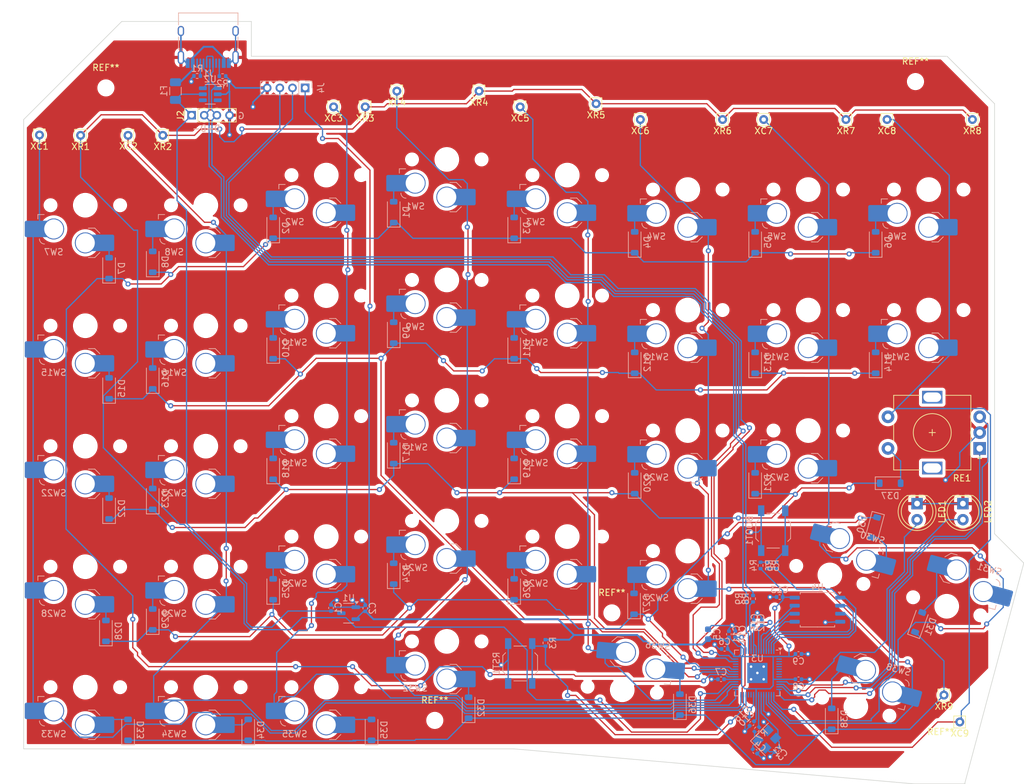
<source format=kicad_pcb>
(kicad_pcb (version 20240108) (generator "pcbnew") (generator_version "8.0")
  (layers (0 "F.Cu" signal) (31 "B.Cu" signal) (34 "B.Paste" user) (35 "F.Paste" user) (36 "B.SilkS" user "B.Silkscreen") (37 "F.SilkS" user "F.Silkscreen") (38 "B.Mask" user) (39 "F.Mask" user) (44 "Edge.Cuts" user))
  (net 0 "")
  (net 1 "GND")
  (net 2 "Net-(BOOT1-Pad2)")
  (net 3 "+5V")
  (net 4 "+3V3")
  (net 5 "XIN")
  (net 6 "Net-(C4-Pad2)")
  (net 7 "+1V1")
  (net 8 "Net-(D2-A)")
  (net 9 "Net-(D3-A)")
  (net 10 "Net-(D4-A)")
  (net 11 "Net-(D5-A)")
  (net 12 "Net-(D6-A)")
  (net 13 "Net-(D7-A)")
  (net 14 "Net-(D8-A)")
  (net 15 "Net-(D10-A)")
  (net 16 "Net-(D11-A)")
  (net 17 "Net-(D12-A)")
  (net 18 "Net-(D13-A)")
  (net 19 "Net-(D14-A)")
  (net 20 "Net-(D15-A)")
  (net 21 "Net-(D16-A)")
  (net 22 "Net-(D17-A)")
  (net 23 "Net-(D18-A)")
  (net 24 "Net-(D19-A)")
  (net 25 "Net-(D20-A)")
  (net 26 "Net-(D21-A)")
  (net 27 "Net-(D22-A)")
  (net 28 "Net-(D23-A)")
  (net 29 "Net-(D24-A)")
  (net 30 "Net-(D25-A)")
  (net 31 "Net-(D26-A)")
  (net 32 "Net-(D27-A)")
  (net 33 "Net-(D28-A)")
  (net 34 "Net-(D29-A)")
  (net 35 "Net-(D30-A)")
  (net 36 "Net-(D31-A)")
  (net 37 "Net-(D32-A)")
  (net 38 "Net-(D33-A)")
  (net 39 "Net-(D34-A)")
  (net 40 "Net-(D35-A)")
  (net 41 "Net-(D36-A)")
  (net 42 "VBUS")
  (net 44 "Net-(J1-CC1)")
  (net 45 "D-")
  (net 46 "D+")
  (net 48 "Net-(J1-CC2)")
  (net 49 "SWD")
  (net 50 "SWC")
  (net 51 "RESET")
  (net 52 "Net-(R4-Pad1)")
  (net 53 "Q_SEL")
  (net 54 "XOUT")
  (net 55 "Net-(U3-USB_DP)")
  (net 56 "Net-(U3-USB_DM)")
  (net 59 "LED1")
  (net 60 "Q_IO0")
  (net 61 "Q_IO3")
  (net 62 "en_B")
  (net 63 "en_A")
  (net 64 "RX0")
  (net 65 "Q_IO1")
  (net 66 "Q_IO2")
  (net 67 "Q_CLK")
  (net 68 "TX0")
  (net 69 "Net-(D1-A)")
  (net 70 "Net-(D9-A)")
  (net 71 "LED2")
  (net 72 "Net-(D37-A)")
  (net 73 "Net-(D38-A)")
  (net 80 "C1")
  (net 81 "C2")
  (net 82 "C3")
  (net 83 "C4")
  (net 84 "C5")
  (net 85 "C6")
  (net 86 "C7")
  (net 87 "C8")
  (net 88 "R1")
  (net 89 "R2")
  (net 90 "R3")
  (net 91 "R4")
  (net 92 "R5")
  (net 93 "R6")
  (footprint "Connector_Pin:Pin_D0.7mm_L6.5mm_W1.8mm_FlatFork" (layer "F.Cu") (at 99.5 35.5)
    (property "Reference" "XC4")
    (property "Value" "Conn_01x01_Pin")
  )
  (footprint "Connector_Pin:Pin_D0.7mm_L6.5mm_W1.8mm_FlatFork" (layer "F.Cu") (at 177 40)
    (property "Reference" "XC8")
    (property "Value" "Conn_01x01_Pin")
  )
  (footprint "MountingHole:MountingHole_2.2mm_M2" (layer "F.Cu") (at 105.5 135)
    (property "Reference" "REF**")
    (property "Value" "MountingHole_2.2mm_M2")
  )
  (footprint "Connector_Pin:Pin_D0.7mm_L6.5mm_W1.8mm_FlatFork" (layer "F.Cu") (at 190.5 40)
    (property "Reference" "XR8")
    (property "Value" "Conn_01x01_Pin")
  )
  (footprint "Connector_Pin:Pin_D0.7mm_L6.5mm_W1.8mm_FlatFork" (layer "F.Cu") (at 188.5 135.25)
    (property "Reference" "XC9")
    (property "Value" "Conn_01x01_Pin")
  )
  (footprint "Connector_Pin:Pin_D0.7mm_L6.5mm_W1.8mm_FlatFork" (layer "F.Cu") (at 62.5 42.5)
    (property "Reference" "XR2")
    (property "Value" "Conn_01x01_Pin")
  )
  (footprint "Connector_Pin:Pin_D0.7mm_L6.5mm_W1.8mm_FlatFork" (layer "F.Cu") (at 89.5 38)
    (property "Reference" "XC3")
    (property "Value" "Conn_01x01_Pin")
  )
  (footprint "Connector_Pin:Pin_D0.7mm_L6.5mm_W1.8mm_FlatFork" (layer "F.Cu") (at 119 38)
    (property "Reference" "XC5")
    (property "Value" "Conn_01x01_Pin")
  )
  (footprint "Connector_Pin:Pin_D0.7mm_L6.5mm_W1.8mm_FlatFork" (layer "F.Cu") (at 112.5 35.5)
    (property "Reference" "XR4")
    (property "Value" "Conn_01x01_Pin")
  )
  (footprint "Connector_Pin:Pin_D0.7mm_L6.5mm_W1.8mm_FlatFork" (layer "F.Cu") (at 94.5 38)
    (property "Reference" "XR3")
    (property "Value" "Conn_01x01_Pin")
  )
  (footprint "Connector_Pin:Pin_D0.7mm_L6.5mm_W1.8mm_FlatFork" (layer "F.Cu") (at 170.5 40)
    (property "Reference" "XR7")
    (property "Value" "Conn_01x01_Pin")
  )
  (footprint "MountingHole:MountingHole_2.2mm_M2" (layer "F.Cu") (at 181.5 34)
    (property "Reference" "REF**")
    (property "Value" "MountingHole_2.2mm_M2")
  )
  (footprint "MountingHole:MountingHole_2.2mm_M2" (layer "F.Cu") (at 185.5 140)
    (property "Reference" "REF**")
    (property "Value" "MountingHole_2.2mm_M2")
  )
  (footprint "Connector_Pin:Pin_D0.7mm_L6.5mm_W1.8mm_FlatFork" (layer "F.Cu") (at 43 42.446388)
    (property "Reference" "XC1")
    (property "Value" "Conn_01x01_Pin")
  )
  (footprint "Connector_Pin:Pin_D0.7mm_L6.5mm_W1.8mm_FlatFork" (layer "F.Cu") (at 57 42.5)
    (property "Reference" "XC2")
    (property "Value" "Conn_01x01_Pin")
  )
  (footprint "Connector_Pin:Pin_D0.7mm_L6.5mm_W1.8mm_FlatFork" (layer "F.Cu") (at 157.5 40)
    (property "Reference" "XC7")
    (property "Value" "Conn_01x01_Pin")
  )
  (footprint "Rotary_Encoder:RotaryEncoder_Alps_EC11E-Switch_Vertical_H20mm" (layer "F.Cu") (at 191.649997 92.000014 180)
    (property "Reference" "RE1")
    (property "Value" "RotaryEncoder_Switch")
  )
  (footprint "Connector_PinSocket_2.00mm:PinSocket_1x04_P2.00mm_Vertical" (layer "F.Cu") (at 67.043765 39.318552 90)
    (property "Reference" "J2")
    (property "Value" "Conn_01x04")
  )
  (footprint "MountingHole:MountingHole_2.2mm_M2" (layer "F.Cu") (at 53.5 35)
    (property "Reference" "REF**")
    (property "Value" "MountingHole_2.2mm_M2")
  )
  (footprint "Connector_Pin:Pin_D0.7mm_L6.5mm_W1.8mm_FlatFork" (layer "F.Cu") (at 138 40)
    (property "Reference" "XC6")
    (property "Value" "Conn_01x01_Pin")
  )
  (footprint "MountingHole:MountingHole_2.2mm_M2" (layer "F.Cu") (at 133.5 118)
    (property "Reference" "REF**")
    (property "Value" "MountingHole_2.2mm_M2")
  )
  (footprint "Connector_Pin:Pin_D0.7mm_L6.5mm_W1.8mm_FlatFork" (layer "F.Cu") (at 131 37.5)
    (property "Reference" "XR5")
    (property "Value" "Conn_01x01_Pin")
  )
  (footprint "Connector_Pin:Pin_D0.7mm_L6.5mm_W1.8mm_FlatFork" (layer "F.Cu") (at 49.5 42.5)
    (property "Reference" "XR1")
    (property "Value" "Conn_01x01_Pin")
  )
  (footprint "Connector_Pin:Pin_D0.7mm_L6.5mm_W1.8mm_FlatFork" (layer "F.Cu") (at 151 40)
    (property "Reference" "XR6")
    (property "Value" "Conn_01x01_Pin")
  )
  (footprint "LED_THT:LED_D5.0mm" (layer "F.Cu") (at 189.000003 100.724996 -90)
    (property "Reference" "LED2")
    (property "Value" "LED")
  )
  (footprint "Connector_Pin:Pin_D0.7mm_L6.5mm_W1.8mm_FlatFork" (layer "F.Cu") (at 186 131)
    (property "Reference" "XR9")
    (property "Value" "Conn_01x01_Pin")
  )
  (footprint "LED_THT:LED_D5.0mm" (layer "F.Cu") (at 181.750002 100.724999 -90)
    (property "Reference" "LED1")
    (property "Value" "LED")
  )
  (footprint "PCM_marbastlib-choc:SW_choc_v1_HS_CPG135001S30_1u" (layer "B.Cu") (at 183.595 70.1235 180)
    (property "Reference" "SW14")
    (property "Value" "MX_SW_HS")
  )
  (footprint "Resistor_SMD:R_0402_1005Metric" (layer "B.Cu") (at 157 110.5 -90)
    (property "Reference" "R4")
    (property "Value" "5.1k")
  )
  (footprint "PCM_marbastlib-choc:SW_choc_v1_HS_CPG135001S30_1u" (layer "B.Cu") (at 50.245 72.6 180)
    (property "Reference" "SW15")
    (property "Value" "MX_SW_HS")
  )
  (footprint "Diode_SMD:D_SOD-123" (layer "B.Cu") (at 137.100003 97.5125 90)
    (property "Reference" "D20")
    (property "Value" "D_Small")
  )
  (footprint "PCM_marbastlib-choc:SW_choc_v1_HS_CPG135001S30_1u" (layer "B.Cu") (at 69.295 110.7 180)
    (property "Reference" "SW29")
    (property "Value" "MX_SW_HS")
  )
  (footprint "PCM_marbastlib-choc:SW_choc_v1_HS_CPG135001S30_1u" (layer "B.Cu") (at 50.245 129.75 180)
    (property "Reference" "SW33")
    (property "Value" "MX_SW_HS")
  )
  (footprint "Connector_USB:USB_C_Receptacle_HRO_TYPE-C-31-M-12" (layer "B.Cu") (at 69.68 27.049998)
    (property "Reference" "J1")
    (property "Value" "USB_C_Receptacle_USB2.0")
  )
  (footprint "PCM_marbastlib-choc:SW_choc_v1_HS_CPG135001S30_1u" (layer "B.Cu") (at 88.345 67.837499 180)
    (property "Reference" "SW10")
    (property "Value" "MX_SW_HS")
  )
  (footprint "PCM_marbastlib-choc:SW_choc_v1_HS_CPG135001S30_1u" (layer "B.Cu") (at 145.495 108.2235 180)
    (property "Reference" "SW27")
    (property "Value" "MX_SW_HS")
  )
  (footprint "Diode_SMD:D_SOD-123" (layer "B.Cu") (at 137.100003 78.4625 90)
    (property "Reference" "D12")
    (property "Value" "D_Small")
  )
  (footprint "Diode_SMD:D_SOD-123" (layer "B.Cu") (at 54 82.5 90)
    (property "Reference" "D15")
    (property "Value" "D_Small")
  )
  (footprint "Resistor_SMD:R_0402_1005Metric" (layer "B.Cu") (at 67.925685 33.114561 180)
    (property "Reference" "R1")
    (property "Value" "5.1k")
  )
  (footprint "PCM_marbastlib-choc:SW_choc_v1_HS_CPG135001S30_1u" (layer "B.Cu") (at 69.295 53.549999 180)
    (property "Reference" "SW8")
    (property "Value" "MX_SW_HS")
  )
  (footprint "PCM_marbastlib-choc:SW_choc_v1_HS_CPG135001S30_1u" (layer "B.Cu") (at 88.345 48.787499 180)
    (property "Reference" "SW2")
    (property "Value" "MX_SW_HS")
  )
  (footprint "PCM_marbastlib-choc:SW_choc_v1_HS_CPG135001S30_1u" (layer "B.Cu") (at 88.345 129.75 180)
    (property "Reference" "SW35")
    (property "Value" "MX_SW_HS")
  )
  (footprint "Package_DFN_QFN:QFN-56-1EP_7x7mm_P0.4mm_EP3.2x3.2mm" (layer "B.Cu") (at 156.5 127.5 180)
    (property "Reference" "U3")
    (property "Value" "RP2040")
  )
  (footprint "Diode_SMD:D_SOD-123" (layer "B.Cu") (at 156.150003 97.5125 90)
    (property "Reference" "D21")
    (property "Value" "D_Small")
  )
  (footprint "Diode_SMD:D_SOD-123" (layer "B.Cu") (at 60.900003 119.039 90)
    (property "Reference" "D29")
    (property "Value" "D_Small")
  )
  (footprint "Diode_SMD:D_SOD-123" (layer "B.Cu") (at 99.000003 111.8 90)
    (property "Reference" "D24")
    (property "Value" "D_Small")
  )
  (footprint "PCM_marbastlib-choc:SW_choc_v1_HS_CPG135001S30_1u" (layer "B.Cu") (at 186.436966 116.957725 -15)
    (property "Reference" "SW31")
    (property "Value" "MX_SW_HS")
  )
  (footprint "PCM_marbastlib-choc:SW_choc_v1_HS_CPG135001S30_1u" (layer "B.Cu") (at 126.445 67.837499 180)
    (property "Reference" "SW11")
    (property "Value" "MX_SW_HS")
  )
  (footprint "PCM_marbastlib-choc:SW_choc_v1_HS_CPG135001S30_1u" (layer "B.Cu") (at 164.545 51.0735 180)
    (property "Reference" "SW5")
    (property "Value" "MX_SW_HS")
  )
  (footprint "Diode_SMD:D_SOD-123" (layer "B.Cu") (at 76 136.5 90)
    (property "Reference" "D34")
    (property "Value" "D_Small")
  )
  (footprint "PCM_marbastlib-choc:SW_choc_v1_HS_CPG135001S30_1u" (layer "B.Cu") (at 183.595 51.0735 180)
    (property "Reference" "SW6")
    (property "Value" "MX_SW_HS")
  )
  (footprint "Diode_SMD:D_SOD-123" (layer "B.Cu") (at 60.900003 80.939 90)
    (property "Reference" "D16")
    (property "Value" "D_Small")
  )
  (footprint "PCM_marbastlib-choc:SW_choc_v1_HS_CPG135001S30_1u" (layer "B.Cu") (at 69.295 72.6 180)
    (property "Reference" "SW16")
    (property "Value" "MX_SW_HS")
  )
  (footprint "Capacitor_SMD:C_0402_1005Metric" (layer "B.Cu") (at 157.204712 119.525814 -90)
    (property "Reference" "C15")
    (property "Value" "100n")
  )
  (footprint "Button_Switch_SMD:SW_SPST_TL3342" (layer "B.Cu") (at 159 105 -90)
    (property "Reference" "BOOT1")
    (property "Value" "SW_Push")
  )
  (footprint "Diode_SMD:D_SOD-123" (layer "B.Cu") (at 137 116.5625 90)
    (property "Reference" "D27")
    (property "Value" "D_Small")
  )
  (footprint "PCM_marbastlib-choc:SW_choc_v1_HS_CPG135001S30_1.5u" (layer "B.Cu") (at 135.13735 130.158112 -5)
    (property "Reference" "SW36")
    (property "Value" "MX_SW_HS")
  )
  (footprint "PCM_marbastlib-choc:SW_choc_v1_HS_CPG135001S30_1u" (layer "B.Cu") (at 50.245 110.7 180)
    (property "Reference" "SW28")
    (property "Value" "MX_SW_HS")
  )
  (footprint "PCM_marbastlib-choc:SW_choc_v1_HS_CPG135001S30_1u" (layer "B.Cu") (at 164.545 89.1735 180)
    (property "Reference" "SW21")
    (property "Value" "MX_SW_HS")
  )
  (footprint "Diode_SMD:D_SOD-123" (layer "B.Cu") (at 99.000003 92.75 90)
    (property "Reference" "D17")
    (property "Value" "D_Small")
  )
  (footprint "PCM_marbastlib-choc:SW_choc_v1_HS_CPG135001S30_1u" (layer "B.Cu") (at 69.295 129.75 180)
    (property "Reference" "SW34")
    (property "Value" "MX_SW_HS")
  )
  (footprint "PCM_marbastlib-choc:SW_choc_v1_HS_CPG135001S30_1u" (layer "B.Cu") (at 172.065368 132.828125 -15)
    (property "Reference" "SW38")
    (property "Value" "MX_SW_HS")
  )
  (footprint "Diode_SMD:D_SOD-123" (layer "B.Cu") (at 60.900003 99.989 90)
    (property "Reference" "D23")
    (property "Value" "D_Small")
  )
  (footprint "PCM_marbastlib-choc:SW_choc_v1_HS_CPG135001S30_1u" (layer "B.Cu") (at 50.245 91.65 180)
    (property "Reference" "SW22")
    (property "Value" "MX_SW_HS")
  )
  (footprint "Resistor_SMD:R_0402_1005Metric" (layer "B.Cu") (at 71.939659 33.144076)
    (property "Reference" "R2")
    (property "Value" "5.1k")
  )
  (footprint "PCM_marbastlib-choc:SW_choc_v1_HS_CPG135001S30_1u" (layer "B.Cu") (at 126.445 48.787499 180)
    (property "Reference" "SW3")
    (property "Value" "MX_SW_HS")
  )
  (footprint "Capacitor_SMD:C_0402_1005Metric" (layer "B.Cu") (at 152 121.376773 90)
    (property "Reference" "C11")
    (property "Value" "100n")
  )
  (footprint "Capacitor_SMD:C_0402_1005Metric" (layer "B.Cu") (at 151.32 123.7 180)
    (property "Reference" "C6")
    (property "Value" "1u")
  )
  (footprint "Diode_SMD:D_SOD-123" (layer "B.Cu") (at 118.050003 114.2765 90)
    (property "Reference" "D26")
    (property "Value" "D_Small")
  )
  (footprint "PCM_marbastlib-choc:SW_choc_v1_HS_CPG135001S30_1u" (layer "B.Cu") (at 107.395 46.311 180)
    (property "Reference" "SW1")
    (property "Value" "MX_SW_HS")
  )
  (footprint "PCM_marbastlib-choc:SW_choc_v1_HS_CPG135001S30_1u" (layer "B.Cu") (at 167.960027 112 -15)
    (property "Reference" "SW30")
    (property "Value" "MX_SW_HS")
  )
  (footprint "PCM_marbastlib-choc:SW_choc_v1_HS_CPG135001S30_1u" (layer "B.Cu") (at 69.295 91.65 180)
    (property "Reference" "SW23")
    (property "Value" "MX_SW_HS")
  )
  (footprint "Capacitor_SMD:C_0402_1005Metric" (layer "B.Cu") (at 94.50745 117.274045 90)
    (property "Reference" "C2")
    (property "Value" "1u")
  )
  (footprint "PCM_marbastlib-choc:SW_choc_v1_HS_CPG135001S30_1u" (layer "B.Cu") (at 126.445 105.9375 180)
    (property "Reference" "SW26")
    (property "Value" "MX_SW_HS")
  )
  (footprint "Diode_SMD:D_SOD-123" (layer "B.Cu") (at 79.950003 57.126499 90)
    (property "Reference" "D2")
    (property "Value" "D_Small")
  )
  (footprint "Resistor_SMD:R_0402_1005Metric" (layer "B.Cu") (at 154.75 115.759108 -90)
    (property "Reference" "R9")
    (property "Value" "27")
  )
  (footprint "Capacitor_SMD:C_0402_1005Metric" (layer "B.Cu") (at 159.599874 139.61515 45)
    (property "Reference" "C3")
    (property "Value" "22p")
  )
  (footprint "Diode_SMD:D_SOD-123" (layer "B.Cu") (at 54 101.5 90)
    (property "Reference" "D22")
    (property "Value" "D_Small")
  )
  (footprint "Resistor_SMD:R_0402_1005Metric" (layer "B.Cu") (at 155.814639 115.759108 -90)
    (property "Reference" "R8")
    (property "Value" "27")
  )
  (footprint "Diode_SMD:D_SOD-123" (layer "B.Cu") (at 54 63.5 90)
    (property "Reference" "D7")
    (property "Value" "D_Small")
  )
  (footprint "Resistor_SMD:R_0402_1005Metric" (layer "B.Cu") (at 159.5 110.5 -90)
    (property "Reference" "R6")
    (property "Value" "1k")
  )
  (footprint "Diode_SMD:D_SOD-123" (layer "B.Cu") (at 175.200003 59.4125 90)
    (property "Reference" "D6")
    (property "Value" "D_Small")
  )
  (footprint "Fuse:Fuse_1206_3216Metric" (layer "B.Cu") (at 64.5 35.5 -90)
    (property "Reference" "F1")
    (property "Value" "Fuse_Small")
  )
  (footprint "Resistor_SMD:R_0402_1005Metric" (layer "B.Cu") (at 123 122.75 90)
    (property "Reference" "R3")
    (property "Value" "5.1k")
  )
  (footprint "Diode_SMD:D_SOD-123" (layer "B.Cu") (at 99.000003 54.65 90)
    (property "Reference" "D1")
    (property "Value" "D_Small")
  )
  (footprint "Capacitor_SMD:C_0402_1005Metric" (layer "B.Cu") (at 155.904662 119.546599 90)
    (property "Reference" "C12")
    (property "Value" "100n")
  )
  (footprint "Diode_SMD:D_SOD-123" (layer "B.Cu") (at 175.200003 78.4625 90)
    (property "Reference" "D14")
    (property "Value" "D_Small")
  )
  (footprint "Capacitor_SMD:C_0402_1005Metric" (layer "B.Cu") (at 156.116942 139.890118 135)
    (property "Reference" "C4")
    (property "Value" "22p")
  )
  (footprint "Diode_SMD:D_SOD-123" (layer "B.Cu") (at 168.25 134.75 90)
    (property "Reference" "D38")
    (property "Value" "D_Small")
  )
  (footprint "PCM_marbastlib-choc:SW_choc_v1_HS_CPG135001S30_1u" (layer "B.Cu") (at 107.395 122.511 180)
    (property "Reference" "SW32")
    (property "Value" "MX_SW_HS")
  )
  (footprint "Diode_SMD:D_SOD-123" (layer "B.Cu") (at 177.5 97.5)
    (property "Reference" "D37")
    (property "Value" "D_Small")
  )
  (footprint "Diode_SMD:D_SOD-123" (layer "B.Cu") (at 95.5 136.5 90)
    (property "Reference" "D35")
    (property "Value" "D_Small")
  )
  (footprint "Diode_SMD:D_SOD-123" (layer "B.Cu") (at 99.000003 73.7 90)
    (property "Reference" "D9")
    (property "Value" "D_Small")
  )
  (footprint "Capacitor_SMD:C_0402_1005Metric" (layer "B.Cu") (at 150.75 128.498855 180)
    (property "Reference" "C7")
    (property "Value" "100n")
  )
  (footprint "Resistor_SMD:R_0402_1005Metric" (layer "B.Cu") (at 156.412399 136.42362 45)
    (property "Reference" "R7")
    (property "Value" "1k")
  )
  (footprint "Capacitor_SMD:C_0402_1005Metric" (layer "B.Cu") (at 155.620954 135.5 -135)
    (property "Reference" "C10")
    (property "Value" "100n")
  )
  (footprint "PCM_marbastlib-various:SOT-23-6-routable" (layer "B.Cu") (at 70 36 180)
    (property "Reference" "U2")
    (property "Value" "SRV05-4")
  )
  (footprint "Diode_SMD:D_SOD-123" (layer "B.Cu") (at 175 104.5 -105)
    (property "Reference" "D30")
    (property "Value" "D_Small")
  )
  (footprint "Package_TO_SOT_SMD:SOT-23-3" (layer "B.Cu") (at 91.8625 118.05 180)
    (property "Reference" "U1")
    (property "Value" "XC6206PxxxMR")
  )
  (footprint "Diode_SMD:D_SOD-123" (layer "B.Cu") (at 110.838619 132.992997 90)
    (property "Reference" "D32")
    (property "Value" "D_Small")
  )
  (footprint "Diode_SMD:D_SOD-123" (layer "B.Cu") (at 156.150003 59.4125 90)
    (property "Reference" "D5")
    (property "Value" "D_Small")
  )
  (footprint "PCM_marbastlib-choc:SW_choc_v1_HS_CPG135001S30_1u" (layer "B.Cu") (at 88.345 86.8875 180)
    (property "Reference" "SW18")
    (property "Value" "MX_SW_HS")
  )
  (footprint "Diode_SMD:D_SOD-123" (layer "B.Cu") (at 79.950003 114.2765 90)
    (property "Reference" "D25")
    (property "Value" "D_Small")
  )
  (footprint "Diode_SMD:D_SOD-123" (layer "B.Cu") (at 118.050003 57.126499 90)
    (property "Reference" "D3")
    (property "Value" "D_Small")
  )
  (footprint "Diode_SMD:D_SOD-123" (layer "B.Cu") (at 60.900003 62.5 90)
    (property "Reference" "D8")
    (property "Value" "D_Small")
  )
  (footprint "Capacitor_SMD:C_0402_1005Metric" (layer "B.Cu") (at 89.088995 117.222683 90)
    (property "Reference" "C1")
    (property "Value" "1u")
  )
  (footprint "PCM_marbastlib-choc:SW_choc_v1_HS_CPG135001S30_1u" (layer "B.Cu") (at 145.495 51.0735 180)
    (property "Reference" "SW4")
    (property "Value" "MX_SW_HS")
  )
  (footprint "Diode_SMD:D_SOD-123" (layer "B.Cu") (at 53.5 120.85 90)
    (property "Reference" "D28")
    (property "Value" "D_Small" (hide yes))
  )
  (footprint "PCM_marbastlib-choc:SW_choc_v1_HS_CPG135001S30_1u" (layer "B.Cu") (at 88.345 105.9375 180)
    (property "Reference" "SW25")
    (property "Value" "MX_SW_HS")
  )
  (footprint "Diode_SMD:D_SOD-123" (layer "B.Cu") (at 118.050003 76.176499 90)
    (property "Reference" "D11")
    (property "Value" "D_Small")
  )
  (footprint "Capacitor_SMD:C_0402_1005Metric" (layer "B.Cu") (at 152.999998 121.376773 90)
    (property "Reference" "C14")
    (property "Value" "1u")
  )
  (footprint "Capacitor_SMD:C_0402_1005Metric" (layer "B.Cu") (at 160.020001 115.499999 180)
    (property "Reference" "C13")
    (property "Value" "1u")
  )
  (footprint "PCM_marbastlib-choc:SW_choc_v1_HS_CPG135001S30_1u" (layer "B.Cu") (at 107.395 103.461 180)
    (property "Reference" "SW24")
    (property "Value" "MX_SW_HS")
  )
  (footprint "Capacitor_SMD:C_0603_1608Metric" (layer "B.Cu") (at 148.702595 121.376773 90)
    (property "Reference" "C5")
    (property "Value" "10u")
  )
  (footprint "PCM_marbastlib-choc:SW_choc_v1_HS_CPG135001S30_1u" (layer "B.Cu") (at 164.545 70.1235 180)
    (property "Reference" "SW13")
    (property "Value" "MX_SW_HS")
  )
  (footprint "Crystal:Crystal_SMD_3225-4Pin_3.2x2.5mm" (layer "B.Cu") (at 158 138 45)
    (property "Reference" "Y1")
    (property "Value" "Crystal_GND24")
  )
  (footprint "PCM_marbastlib-choc:SW_choc_v1_HS_CPG135001S30_1u" (layer "B.Cu") (at 107.395 84.411 180)
    (property "Reference" "SW17")
    (property "Value" "MX_SW_HS")
  )
  (footprint "Resistor_SMD:R_0402_1005Metric" (layer "B.Cu") (at 158.210551 110.51877 90)
    (property "Reference" "R5")
    (property "Value" "5.1k")
  )
  (footprint "Diode_SMD:D_SOD-123" (layer "B.Cu") (at 118.050003 95.2265 90)
    (property "Reference" "D19")
    (property "Value" "D_Small")
  )
  (footprint "Capacitor_SMD:C_0402_1005Metric" (layer "B.Cu") (at 154.88878 134.789598 -135)
    (property "Reference" "C16")
    (property "Value" "100n")
  )
  (footprint "PCM_marbastlib-choc:SW_choc_v1_HS_CPG135001S30_1u" (layer "B.Cu") (at 145.495 70.1235 180)
    (property "Reference" "SW12")
    (property "Value" "MX_SW_HS")
  )
  (footprint "Button_Switch_SMD:SW_SPST_TL3342" (layer "B.Cu") (at 119 126 -90)
    (property "Reference" "RST1")
    (property "Value" "SW_Push")
  )
  (footprint "Diode_SMD:D_SOD-123" (layer "B.Cu") (at 144.253049 132.5 90)
    (property "Reference" "D36")
    (property "Value" "D_Small")
  )
  (footprint "PCM_marbastlib-choc:SW_choc_v1_HS_CPG135001S30_1u" (layer "B.Cu") (at 107.395 65.361 180)
    (property "Reference" "SW9")
    (property "Value" "MX_SW_HS")
  )
  (footprint "Diode_SMD:D_SOD-123" (layer "B.Cu") (at 79.950003 95.2265 90)
    (property "Reference" "D18")
    (property "Value" "D_Small")
  )
  (footprint "Connector_PinSocket_2.00mm:PinSocket_1x04_P2.00mm_Vertical" (layer "B.Cu") (at 84.999999 35 90)
    (property "Reference" "J4")
    (property "Value" "AudioJack4")
  )
  (footprint "PCM_marbastlib-choc:SW_choc_v1_HS_CPG135001S30_1u" (layer "B.Cu") (at 126.445 86.8875 180)
    (property "Reference" "SW19")
    (property "Value" "MX_SW_HS")
  )
  (footprint "Diode_SMD:D_SOD-123" (layer "B.Cu") (at 79.950003 76.176499 90)
    (property "Reference" "D10")
    (property "Value" "D_Small")
  )
  (footprint "Capacitor_SMD:C_0402_1005Metric" (layer "B.Cu") (at 163 128.5)
    (property "Reference" "C8")
    (property "Value" "100n")
  )
  (footprint "Package_SO:SOIC-8_5.23x5.23mm_P1.27mm" (layer "B.Cu") (at 166 117.5 180)
    (property "Reference" "U4")
    (property "Value" "W25Q128JVS")
  )
  (footprint "Diode_SMD:D_SOD-123" (layer "B.Cu") (at 137.100003 59.4125 90)
    (property "Reference" "D4")
    (property "Value" "D_Small")
  )
  (footprint "Diode_SMD:D_SOD-123" (layer "B.Cu") (at 181.999698 119.493112 70)
    (property "Reference" "D31")
    (property "Value" "D_Small")
  )
  (footprint "Diode_SMD:D_SOD-123" (layer "B.Cu") (at 57 136.5 90)
    (property "Reference" "D33")
    (property "Value" "D_Small")
  )
  (footprint "PCM_marbastlib-choc:SW_choc_v1_HS_CPG135001S30_1u" (layer "B.Cu") (at 50.245 53.549999 180)
    (property "Reference" "SW7")
    (property "Value" "MX_SW_HS")
  )
  (footprint "Capacitor_SMD:C_0402_1005Metric" (layer "B.Cu") (at 163 124.5)
    (property "Reference" "C9")
    (property "Value" "100n")
  )
  (footprint "Diode_SMD:D_SOD-123" (layer "B.Cu") (at 156.150003 78.4625 90)
    (property "Reference" "D13")
    (property "Value" "D_Small")
  )
  (footprint "PCM_marbastlib-choc:SW_choc_v1_HS_CPG135001S30_1u" (layer "B.Cu") (at 145.495 89.1735 180)
    (property "Reference" "SW20")
    (property "Value" "MX_SW_HS")
  )
  (gr_line (start 118 139.5) (end 181.258362 145.034386) (stroke (width 0.1)) (layer "Edge.Cuts"))
  (gr_line (start 40.5 139.5) (end 40.5 40) (stroke (width 0.1)) (layer "Edge.Cuts"))
  (gr_line (start 189.311924 145.034386) (end 189.311924 144.897587) (stroke (width 0.1)) (layer "Edge.Cuts"))
  (gr_line (start 76.5 30) (end 184.5 30) (stroke (width 0.1)) (layer "Edge.Cuts"))
  (gr_line (start 40.5 40) (end 56 24.5) (stroke (width 0.1)) (layer "Edge.Cuts"))
  (gr_line (start 198.624257 110.124257) (end 194 105.5) (stroke (width 0.1)) (layer "Edge.Cuts"))
  (gr_line (start 186.5 30) (end 184.5 30) (stroke (width 0.1)) (layer "Edge.Cuts"))
  (gr_line (start 76.5 24.5) (end 76.5 30) (stroke (width 0.1)) (layer "Edge.Cuts"))
  (gr_line (start 40.5 139.5) (end 118 139.5) (stroke (width 0.1)) (layer "Edge.Cuts"))
  (gr_line (start 181.258362 145.034386) (end 189.311924 145.034386) (stroke (width 0.1)) (layer "Edge.Cuts"))
  (gr_line (start 194 37.5) (end 186.5 30) (stroke (width 0.1)) (layer "Edge.Cuts"))
  (gr_line (start 194 37.5) (end 194 105.5) (stroke (width 0.1)) (layer "Edge.Cuts"))
  (gr_line (start 56 24.5) (end 76.5 24.5) (stroke (width 0.1)) (layer "Edge.Cuts"))
  (gr_line (start 189.306771 144.897587) (end 198.624257 110.124257) (stroke (width 0.1)) (layer "Edge.Cuts"))
  (gr_text "G" (at 75.5 40 -0) (layer "B.SilkS") (effects (font (size 1 1)) (justify left bottom mirror)))
  (gr_text "D+" (at 71.700318 41.988106 -0) (layer "B.SilkS") (effects (font (size 1 1)) (justify left bottom mirror)))
  (gr_text "D-" (at 69.5 42 -0) (layer "B.SilkS") (effects (font (size 1 1)) (justify left bottom mirror)))
  (segment (start 156.75 135.5) (end 157.25 135.5) (width 0.2) (layer "F.Cu") (net 1))
  (segment (start 92.5 116) (end 94 116) (width 0.2) (layer "F.Cu") (net 1))
  (segment (start 186.25 97) (end 189.000003 99.750003) (width 0.2) (layer "F.Cu") (net 1))
  (segment (start 74 33) (end 74 30.179998) (width 0.25) (layer "F.Cu") (net 1))
  (segment (start 186.25 97) (end 186.225001 97) (width 0.2) (layer "F.Cu") (net 1))
  (segment (start 158.25 134) (end 161.25 137) (width 0.2) (layer "F.Cu") (net 1))
  (segment (start 157.25 135.5) (end 157.5 135.25) (width 0.2) (layer "F.Cu") (net 1))
  (segment (start 161.25 137) (end 161.25 138) (width 0.2) (layer "F.Cu") (net 1))
  (segment (start 157.5 135.25) (end 157.5 134.75) (width 0.2) (layer "F.Cu") (net 1))
  (segment (start 157 140.75) (end 154.5 138.25) (width 0.2) (layer "F.Cu") (net 1))
  (segment (start 189.000003 99.750003) (end 189.000003 100.724996) (width 0.2) (layer "F.Cu") (net 1))
  (segment (start 156.5 135.75) (end 156.75 135.5) (width 0.2) (layer "F.Cu") (net 1))
  (segment (start 65.359999 32.359999) (end 67 34) (width 0.25) (layer "F.Cu") (net 1))
  (segment (start 158.25 141) (end 157.5 141) (width 0.2) (layer "F.Cu") (net 1))
  (segment (start 158.5 140.75) (end 158.25 141) (width 0.2) (layer "F.Cu") (net 1))
  (segment (start 155.5 135.75) (end 156.5 135.75) (width 0.2) (layer "F.Cu") (net 1))
  (segment (start 157.25 140.75) (end 157 140.75) (width 0.2) (layer "F.Cu") (net 1))
  (segment (start 65.359999 30.179999) (end 65.359999 32.359999) (width 0.25) (layer "F.Cu") (net 1))
  (segment (start 157.5 134.75) (end 158.25 134) (width 0.2) (layer "F.Cu") (net 1))
  (segment (start 73 34) (end 74 33) (width 0.25) (layer "F.Cu") (net 1))
  (segment (start 154.5 138.25) (end 154.5 136.75) (width 0.2) (layer "F.Cu") (net 1))
  (segment (start 90 116) (end 92.5 116) (width 0.2) (layer "F.Cu") (net 1))
  (segment (start 67 34) (end 73 34) (width 0.25) (layer "F.Cu") (net 1))
  (segment (start 186.225001 97) (end 182.500002 100.724999) (width 0.2) (layer "F.Cu") (net 1))
  (segment (start 154.5 136.75) (end 155.5 135.75) (width 0.2) (layer "F.Cu") (net 1))
  (segment (start 157.5 141) (end 157.25 140.75) (width 0.2) (layer "F.Cu") (net 1))
  (segment (start 161.25 138) (end 158.5 140.75) (width 0.2) (layer "F.Cu") (net 1))
  (via (at 73 34) (size 0.8) (drill 0.4) (layers "F.Cu" "B.Cu") (net 1))
  (via (at 157.5 135.25) (size 0.8) (drill 0.4) (layers "F.Cu" "B.Cu") (net 1))
  (via (at 90 116) (size 0.8) (drill 0.4) (layers "F.Cu" "B.Cu") (net 1))
  (via (at 154.5 136.75) (size 0.8) (drill 0.4) (layers "F.Cu" "B.Cu") (net 1))
  (via (at 167.25 119.5) (size 0.8) (drill 0.4) (layers "F.Cu" "B.Cu") (net 1))
  (via (at 155.5 128.5) (size 0.8) (drill 0.4) (layers "F.Cu" "B.Cu") (net 1))
  (via (at 158.25 134) (size 0.8) (drill 0.4) (layers "F.Cu" "B.Cu") (net 1))
  (via (at 164.75 128.5) (size 0.8) (drill 0.4) (layers "F.Cu" "B.Cu") (net 1))
  (via (at 149.75 123) (size 0.8) (drill 0.4) (layers "F.Cu" "B.Cu") (net 1))
  (via (at 157.5 141) (size 0.8) (drill 0.4) (layers "F.Cu" "B.Cu") (net 1))
  (via (at 164.5 124.5) (size 0.8) (drill 0.4) (layers "F.Cu" "B.Cu") (net 1))
  (via (at 156.5 118) (size 0.8) (drill 0.4) (layers "F.Cu" "B.Cu") (net 1))
  (via (at 158.5 115.5) (size 0.8) (drill 0.4) (layers "F.Cu" "B.Cu") (net 1))
  (via (at 157.5 126.5) (size 0.8) (drill 0.4) (layers "F.Cu" "B.Cu") (net 1))
  (via (at 157.5 128.5) (size 0.8) (drill 0.4) (layers "F.Cu" "B.Cu") (net 1))
  (via (at 76.75 38) (size 0.8) (drill 0.4) (layers "F.Cu" "B.Cu") (net 1))
  (via (at 67 34) (size 0.8) (drill 0.4) (layers "F.Cu" "B.Cu") (net 1))
  (via (at 152.5 120) (size 0.8) (drill 0.4) (layers "F.Cu" "B.Cu") (net 1))
  (via (at 92.5 116) (size 0.8) (drill 0.4) (layers "F.Cu" "B.Cu") (net 1))
  (via (at 186.25 97) (size 0.8) (drill 0.4) (layers "F.Cu" "B.Cu") (net 1))
  (via (at 149.25 128.5) (size 0.8) (drill 0.4) (layers "F.Cu" "B.Cu") (net 1))
  (via (at 94 116) (size 0.8) (drill 0.4) (layers "F.Cu" "B.Cu") (net 1))
  (via (at 156.5 127.5) (size 0.8) (drill 0.4) (layers "F.Cu" "B.Cu") (net 1))
  (via (at 155.5 126.5) (size 0.8) (drill 0.4) (layers "F.Cu" "B.Cu") (net 1))
  (via (at 73.044664 42.426621) (size 0.8) (drill 0.4) (layers "F.Cu" "B.Cu") (net 1))
  (via (at 116 126.25) (size 0.8) (drill 0.4) (layers "F.Cu" "B.Cu") (net 1))
  (via (at 155.5 105.25) (size 0.8) (drill 0.4) (layers "F.Cu" "B.Cu") (net 1))
  (via (at 158.5 140.75) (size 0.8) (drill 0.4) (layers "F.Cu" "B.Cu") (net 1))
  (segment (start 157.5 135.24372) (end 157.471601 135.215321) (width 0.2) (layer "B.Cu") (net 1))
  (segment (start 157.50628 135.25) (end 157.5 135.25) (width 0.2) (layer "B.Cu") (net 1))
  (segment (start 67 34) (end 67 33.530246) (width 0.25) (layer "B.Cu") (net 1))
  (segment (start 94.507452 116.507452) (end 94 116) (width 0.2) (layer "B.Cu") (net 1))
  (segment (start 117.099996 125.25) (end 117.099996 125.400004) (width 0.2) (layer "B.Cu") (net 1))
  (segment (start 157.204713 119.045815) (end 157.204713 118.704713) (width 0.2) (layer "B.Cu") (net 1))
  (segment (start 157.100004 108.149995) (end 157.100004 104.75) (width 0.2) (layer "B.Cu") (net 1))
  (segment (start 89.088996 116.742684) (end 89.088996 116.411004) (width 0.2) (layer "B.Cu") (net 1))
  (segment (start 155.904664 118.595336) (end 155.904664 119.0666) (width 0.2) (layer "B.Cu") (net 1))
  (segment (start 117.099996 122.849998) (end 117.099996 125.25) (width 0.2) (layer "B.Cu") (net 1))
  (segment (start 116.75 125.75) (end 116.25 126.25) (width 0.2) (layer "B.Cu") (net 1))
  (segment (start 156.5 118) (end 155.904664 118.595336) (width 0.2) (layer "B.Cu") (net 1))
  (segment (start 93 117.1) (end 94.201498 117.1) (width 0.2) (layer "B.Cu") (net 1))
  (segment (start 158.176778 136.621138) (end 158.176778 135.920498) (width 0.2) (layer "B.Cu") (net 1))
  (segment (start 159.540002 115.499998) (end 158.500002 115.499998) (width 0.2) (layer "B.Cu") (net 1))
  (segment (start 191.649997 89.500018) (end 188.5 92.650015) (width 0.2) (layer "B.Cu") (net 1))
  (segment (start 157.100004 104.75) (end 156.600004 105.25) (width 0.2) (layer "B.Cu") (net 1))
  (segment (start 152.500722 120) (end 152.5 120) (width 0.2) (layer "B.Cu") (net 1))
  (segment (start 73.085 31.094998) (end 74 30.179998) (width 0.25) (layer "B.Cu") (net 1))
  (segment (start 94.507452 116.794046) (end 94.507452 116.507452) (width 0.2) (layer "B.Cu") (net 1))
  (segment (start 116.25 126.25) (end 116 126.25) (width 0.2) (layer "B.Cu") (net 1))
  (segment (start 66.275 31.095) (end 65.359999 30.179999) (width 0.25) (layer "B.Cu") (net 1))
  (segment (start 148.702589 120.601773) (end 148.702589 120.547411) (width 0.2) (layer "B.Cu") (net 1))
  (segment (start 89.6 117.1) (end 93 117.1) (width 0.2) (layer "B.Cu") (net 1))
  (segment (start 152.5 120.000722) (end 152.000002 120.50072) (width 0.2) (layer "B.Cu") (net 1))
  (segment (start 149.251145 128.498855) (end 149.25 128.5) (width 0.2) (layer "B.Cu") (net 1))
  (segment (start 152.000002 120.50072) (end 152.000002 120.896774) (width 0.2) (layer "B.Cu") (net 1))
  (segment (start 74.000003 35.000003) (end 78.999998 35.000003) (width 0.25) (layer "B.Cu") (net 1))
  (segment (start 154.549369 135.129008) (end 154.549369 136.700631) (width 0.2) (layer "B.Cu") (net 1))
  (segment (start 188.5 94.75) (end 186.25 97) (width 0.2) (layer "B.Cu") (net 1))
  (segment (start 157.22682 141) (end 156.456357 140.229537) (width 0.2) (layer "B.Cu") (net 1))
  (segment (start 163.479999 124.500001) (end 164.5 124.5) (width 0.2) (layer "B.Cu") (net 1))
  (segment (start 157.307032 139.378862) (end 156.456357 140.229537) (width 0.2) (layer "B.Cu") (net 1))
  (segment (start 150.84 123.7) (end 150.45 123.7) (width 0.2) (layer "B.Cu") (net 1))
  (segment (start 157.823222 139.378862) (end 157.307032 139.378862) (width 0.2) (layer "B.Cu") (net 1))
  (segment (start 169.6 119.405) (end 167.25 119.5) (width 0.2) (layer "B.Cu") (net 1))
  (segment (start 72.930002 31.094998) (end 73.085 31.094998) (width 0.25) (layer "B.Cu") (net 1))
  (segment (start 156.600004 105.25) (end 155.5 105.25) (width 0.2) (layer "B.Cu") (net 1))
  (segment (start 157.798571 135.542291) (end 157.50628 135.25) (width 0.2) (layer "B.Cu") (net 1))
  (segment (start 73 34) (end 74.000003 35.000003) (width 0.25) (layer "B.Cu") (net 1))
  (segment (start 73.044664 42.426621) (end 73.043765 42.220741) (width 0.25) (layer "B.Cu") (net 1))
  (segment (start 89.242684 116.742684) (end 89.6 117.1) (width 0.2) (layer "B.Cu") (net 1))
  (segment (start 158.5 140.75) (end 158.5 140.715023) (width 0.2) (layer "B.Cu") (net 1))
  (segment (start 157.5 141) (end 157.22682 141) (width 0.2) (layer "B.Cu") (net 1))
  (segment (start 93 116.5) (end 92.5 116) (width 0.2) (layer "B.Cu") (net 1))
  (segment (start 157.100004 101.850006) (end 157.099993 101.849995) (width 0.2) (layer "B.Cu") (net 1))
  (segment (start 153 120.414694) (end 152.543014 119.957708) (width 0.2) (layer "B.Cu") (net 1))
  (segment (start 73.043765 39.318552) (end 73.044664 42.426621) (width 0.25) (layer "B.Cu") (net 1))
  (segment (start 66.429999 31.095) (end 66.275 31.095) (width 0.25) (layer "B.Cu") (net 1))
  (segment (start 72.5 36) (end 71.175 36) (width 0.25) (layer "B.Cu") (net 1))
  (segment (start 73 35.5) (end 72.5 36) (width 0.25) (layer "B.Cu") (net 1))
  (segment (start 149.25 120) (end 152.5 120) (width 0.2) (layer "B.Cu") (net 1))
  (segment (start 154.549369 136.700631) (end 154.5 136.75) (width 0.2) (layer "B.Cu") (net 1))
  (segment (start 159.26046 139.954563) (end 158.398923 139.954563) (width 0.2) (layer "B.Cu") (net 1))
  (segment (start 158.5 140.715023) (end 159.26046 139.954563) (width 0.2) (layer "B.Cu") (net 1))
  (segment (start 182.500002 100.724999) (end 189 100.724999) (width 0.2) (layer "B.Cu") (net 1))
  (segment (start 117.099996 125.400004) (end 116.75 125.75) (width 0.2) (layer "B.Cu") (net 1))
  (segment (start 157.204713 118.704713) (end 156.5 118) (width 0.2) (layer "B.Cu") (net 1))
  (segment (start 73 33.694417) (end 72.449659 33.144076) (width 0.25) (layer "B.Cu") (net 1))
  (segment (start 65.359999 30.179999) (end 65.36 25.999998) (width 0.25) (layer "B.Cu") (net 1))
  (segment (start 157.5 135.25) (end 157.5 135.24372) (width 0.2) (layer "B.Cu") (net 1))
  (segment (start 94.201498 117.1) (end 94.507452 116.794046) (width 0.2) (layer "B.Cu") (net 1))
  (segment (start 74.000002 25.999998) (end 74.000002 30.179996) (width 0.2) (layer "B.Cu") (net 1))
  (segment (start 117.100004 126.850004) (end 117.100004 129.149999) (width 0.2) (layer "B.Cu") (net 1))
  (segment (start 89.5 116) (end 90 116) (width 0.2) (layer "B.Cu") (net 1))
  (segment (start 188.5 92.650015) (end 188.5 94.75) (width 0.2) (layer "B.Cu") (net 1))
  (segment (start 117.099996 125.400004) (end 117.099996 126.849996) (width 0.2) (layer "B.Cu") (net 1))
  (segment (start 163.479999 128.500001) (end 164.75 128.5) (width 0.2) (layer "B.Cu") (net 1))
  (segment (start 67 33.530246) (end 67.415685 33.114561) (width 0.25) (layer "B.Cu") (net 1))
  (segment (start 73.043765 35.543765) (end 73.043765 39.318552) (width 0.25) (layer "B.Cu") (net 1))
  (segment (start 93 117.1) (end 93 116.5) (width 0.2) (layer "B.Cu") (net 1))
  (segment (start 155.281543 135.968457) (end 154.5 136.75) (width 0.2) (layer "B.Cu") (net 1))
  (segment (start 189 100.724999) (end 189.000003 100.724996) (width 0.2) (layer "B.Cu") (net 1))
  (segment (start 148.702589 120.547411) (end 149.25 120) (width 0.2) (layer "B.Cu") (net 1))
  (segment (start 167.25 119.5) (end 167.25 119.405) (width 0.2) (layer "B.Cu") (net 1))
  (segment (start 155.281543 135.83941) (end 155.281543 135.968457) (width 0.2) (layer "B.Cu") (net 1))
  (segment (start 152.543014 119.957708) (end 152.500722 120) (width 0.2) (layer "B.Cu") (net 1))
  (segment (start 158.176778 135.920498) (end 157.798571 135.542291) (width 0.2) (layer "B.Cu") (net 1))
  (segment (start 78.999998 35.000003) (end 76.75 37.250001) (width 0.25) (layer "B.Cu") (net 1))
  (segment (start 158.500002 115.499998) (end 158.5 115.5) (width 0.2) (layer "B.Cu") (net 1))
  (segment (start 73 34) (end 73 33.694417) (width 0.25) (layer "B.Cu") (net 1))
  (segment (start 76.75 37.250001) (end 76.75 38) (width 0.25) (layer "B.Cu") (net 1))
  (segment (start 89.088996 116.742684) (end 89.242684 116.742684) (width 0.2) (layer "B.Cu") (net 1))
  (segment (start 186.25 97) (end 186.375 96.875) (width 0.2) (layer "B.Cu") (net 1))
  (segment (start 157.100004 104.75) (end 157.100004 101.850006) (width 0.2) (layer "B.Cu") (net 1))
  (segment (start 74.000002 30.179996) (end 74 30.179998) (width 0.2) (layer "B.Cu") (net 1))
  (segment (start 150.27 128.498855) (end 149.251145 128.498855) (width 0.2) (layer "B.Cu") (net 1))
  (segment (start 153 120.896774) (end 153 120.414694) (width 0.2) (layer "B.Cu") (net 1))
  (segment (start 158.398923 139.954563) (end 157.823222 139.378862) (width 0.2) (layer "B.Cu") (net 1))
  (segment (start 73 35.5) (end 73.043765 35.543765) (width 0.25) (layer "B.Cu") (net 1))
  (segment (start 117.099996 126.849996) (end 117.100004 126.850004) (width 0.2) (layer "B.Cu") (net 1))
  (segment (start 157.5 133.5) (end 158.25 134) (width 0.2) (layer "B.Cu") (net 1))
  (segment (start 89.088996 116.411004) (end 89.5 116) (width 0.2) (layer "B.Cu") (net 1))
  (segment (start 158.25 134) (end 158 134) (width 0.2) (layer "B.Cu") (net 1))
  (segment (start 73 34) (end 73 35.5) (width 0.25) (layer "B.Cu") (net 1))
  (segment (start 157.5 130.9375) (end 157.5 133.5) (width 0.2) (layer "B.Cu") (net 1))
  (segment (start 152.5 120) (end 152.5 120.000722) (width 0.2) (layer "B.Cu") (net 1))
  (segment (start 150.45 123.7) (end 149.75 123) (width 0.2) (layer "B.Cu") (net 1))
  (segment (start 157.471601 135.215321) (end 157.407802 135.215321) (width 0.2) (layer "B.Cu") (net 1))
  (segment (start 159.5 109.550012) (end 160.900007 108.150005) (width 0.2) (layer "B.Cu") (net 2))
  (segment (start 160.900007 101.850016) (end 160.899996 101.850005) (width 0.2) (layer "B.Cu") (net 2))
  (segment (start 160.900007 108.150005) (end 160.900007 101.850016) (width 0.2) (layer "B.Cu") (net 2))
  (segment (start 159.5 109.99) (end 159.5 109.550012) (width 0.2) (layer "B.Cu") (net 2))
  (segment (start 76.5 120.25) (end 79.75 120.25) (width 0.2) (layer "B.Cu") (net 3))
  (segment (start 75.75 113.352056) (end 75.75 119.5) (width 0.2) (layer "B.Cu") (net 3))
  (segment (start 79.75 120.25) (end 82.297318 117.702682) (width 0.2) (layer "B.Cu") (net 3))
  (segment (start 64.75 41.612317) (end 64.75 52.807943) (width 0.2) (layer "B.Cu") (net 3))
  (segment (start 67.043765 39.318552) (end 64.625213 36.9) (width 0.2) (layer "B.Cu") (net 3))
  (segment (start 75.75 119.5) (end 76.5 120.25) (width 0.2) (layer "B.Cu") (net 3))
  (segment (start 89.088994 117.702682) (end 90.377682 117.702682) (width 0.2) (layer "B.Cu") (net 3))
  (segment (start 66.245 54.302943) (end 66.245 103.847056) (width 0.2) (layer "B.Cu") (net 3))
  (segment (start 65.4 36) (end 64.5 36.9) (width 0.2) (layer "B.Cu") (net 3))
  (segment (start 67.043765 39.318552) (end 64.75 41.612317) (width 0.2) (layer "B.Cu") (net 3))
  (segment (start 82.297318 117.702682) (end 89.088994 117.702682) (width 0.2) (layer "B.Cu") (net 3))
  (segment (start 64.625213 36.9) (end 64.5 36.9) (width 0.2) (layer "B.Cu") (net 3))
  (segment (start 64.75 52.807943) (end 66.245 54.302943) (width 0.2) (layer "B.Cu") (net 3))
  (segment (start 66.245 103.847056) (end 75.75 113.352056) (width 0.2) (layer "B.Cu") (net 3))
  (segment (start 68.825 36) (end 65.4 36) (width 0.2) (layer "B.Cu") (net 3))
  (segment (start 90.377682 117.702682) (end 90.725 118.05) (width 0.2) (layer "B.Cu") (net 3))
  (segment (start 159.25 121) (end 159.25 117.25) (width 0.2) (layer "F.Cu") (net 4))
  (segment (start 95.25 48) (end 95.25 69.5) (width 0.2) (layer "F.Cu") (net 4))
  (segment (start 87.75 43) (end 90.25 43) (width 0.2) (layer "F.Cu") (net 4))
  (segment (start 90.25 43) (end 95.25 48) (width 0.2) (layer "F.Cu") (net 4))
  (segment (start 161.5 123.25) (end 159.25 121) (width 0.2) (layer "F.Cu") (net 4))
  (via (at 95.25 69.5) (size 0.8) (drill 0.4) (layers "F.Cu" "B.Cu") (net 4))
  (via (at 159.25 117.25) (size 0.8) (drill 0.4) (layers "F.Cu" "B.Cu") (net 4))
  (via (at 161.5 123.25) (size 0.8) (drill 0.4) (layers "F.Cu" "B.Cu") (net 4))
  (via (at 87.75 43) (size 0.8) (drill 0.4) (layers "F.Cu" "B.Cu") (net 4))
  (segment (start 94.507448 117.754044) (end 95.117452 117.14404) (width 0.2) (layer "B.Cu") (net 4))
  (segment (start 153.9 124.5) (end 153.9 124.0625) (width 0.2) (layer "B.Cu") (net 4))
  (segment (start 157 111.01) (end 160.5 114.51) (width 0.2) (layer "B.Cu") (net 4))
  (segment (start 156.3 134.820955) (end 156.3 130.9375) (width 0.2) (layer "B.Cu") (net 4))
  (segment (start 94.507448 117.754044) (end 94.245956 117.754044) (width 0.2) (layer "B.Cu") (net 4))
  (segment (start 155.9 122.6) (end 155.90466 122.59534) (width 0.2) (layer "B.Cu") (net 4))
  (segment (start 161.5 124.9) (end 161.5 124.5) (width 0.2) (layer "B.Cu") (net 4))
  (segment (start 153.437552 123.294326) (end 151.999998 121.856772) (width 0.2) (layer "B.Cu") (net 4))
  (segment (start 159 128.5) (end 159 129.5) (width 0.2) (layer "B.Cu") (net 4))
  (segment (start 125 119) (end 127.5 121.5) (width 0.3) (layer "B.Cu") (net 4))
  (segment (start 156.25 130) (end 154.5 130) (width 0.2) (layer "B.Cu") (net 4))
  (segment (start 155.9 124.0625) (end 155.9 124.8) (width 0.2) (layer "B.Cu") (net 4))
  (segment (start 95.117452 117.14404) (end 95.117452 69.632548) (width 0.2) (layer "B.Cu") (net 4))
  (segment (start 87.75 41.5) (end 84.999999 38.749999) (width 0.2) (layer "B.Cu") (net 4))
  (segment (start 94.507448 117.754044) (end 94.5543 117.754044) (width 0.3) (layer "B.Cu") (net 4))
  (segment (start 159.25 117.25) (end 160.5 116) (width 0.2) (layer "B.Cu") (net 4))
  (segment (start 159 124.9) (end 159.9375 124.9) (width 0.2) (layer "B.Cu") (net 4))
  (segment (start 126.76 122.24) (end 123 122.24) (width 0.3) (layer "B.Cu") (net 4))
  (segment (start 159.9375 124.9) (end 161.5 124.9) (width 0.2) (layer "B.Cu") (net 4))
  (segment (start 154 129.5) (end 154 128.5) (width 0.2) (layer "B.Cu") (net 4))
  (segment (start 158.5 130) (end 156.25 130) (width 0.2) (layer "B.Cu") (net 4))
  (segment (start 95.117452 69.632548) (end 95.25 69.5) (width 0.2) (layer "B.Cu") (net 4))
  (segment (start 156.3 124.7) (end 156.5 124.9) (width 0.2) (layer "B.Cu") (net 4))
  (segment (start 153.9 123.294326) (end 154.3 123.694326) (width 0.2) (layer "B.Cu") (net 4))
  (segment (start 156.3 123.3) (end 156 123) (width 0.2) (layer "B.Cu") (net 4))
  (segment (start 137.5 121.5) (end 138.5 122.5) (width 0.3) (layer "B.Cu") (net 4))
  (segment (start 84.999999 38.749999) (end 84.999999 35) (width 0.2) (layer "B.Cu") (net 4))
  (segment (start 160.500001 115.52) (end 162.325 115.52) (width 0.2) (layer "B.Cu") (net 4))
  (segment (start 155.90466 122.59534) (end 155.90466 120.026598) (width 0.2) (layer "B.Cu") (net 4))
  (segment (start 95.800256 119) (end 125 119) (width 0.3) (layer "B.Cu") (net 4))
  (segment (start 153.9 123.294326) (end 153.437552 123.294326) (width 0.2) (layer "B.Cu") (net 4))
  (segment (start 155.9 124.0625) (end 155.9 122.6) (width 0.2) (layer "B.Cu") (net 4))
  (segment (start 154.3 124.6) (end 154.3 124.0625) (width 0.2) (layer "B.Cu") (net 4))
  (segment (start 156.3 124.0625) (end 156.3 124.7) (width 0.2) (layer "B.Cu") (net 4))
  (segment (start 151.8 123.7) (end 152.95 124.85) (width 0.3) (layer "B.Cu") (net 4))
  (segment (start 151.8 122.75) (end 151.8 122.05677) (width 0.3) (layer "B.Cu") (net 4))
  (segment (start 153.0625 128.5) (end 154 128.5) (width 0.2) (layer "B.Cu") (net 4))
  (segment (start 139.5 123) (end 147.854374 123) (width 0.3) (layer "B.Cu") (net 4))
  (segment (start 154.3 123.694326) (end 154.3 124.0625) (width 0.2) (layer "B.Cu") (net 4))
  (segment (start 159.9375 128.5) (end 159 128.5) (width 0.2) (layer "B.Cu") (net 4))
  (segment (start 156.3 130.9375) (end 156.3 130.05) (width 0.2) (layer "B.Cu") (net 4))
  (segment (start 153.5 124.9) (end 153.9 124.5) (width 0.2) (layer "B.Cu") (net 4))
  (segment (start 156.5 124.9) (end 159 124.9) (width 0.2) (layer "B.Cu") (net 4))
  (segment (start 151.8 123.7) (end 151.8 122.75) (width 0.3) (layer "B.Cu") (net 4))
  (segment (start 161.5 124.5) (end 161.5 123.25) (width 0.2) (layer "B.Cu") (net 4))
  (segment (start 151.231145 128.5) (end 151.23 128.498855) (width 0.2) (layer "B.Cu") (net 4))
  (segment (start 160.5 116) (end 160.5 115.5) (width 0.2) (layer "B.Cu") (net 4))
  (segment (start 153.0625 124.9) (end 153.5 124.9) (width 0.2) (layer "B.Cu") (net 4))
  (segment (start 155.960365 135.16059) (end 156.3 134.820955) (width 0.2) (layer "B.Cu") (net 4))
  (segment (start 156.3 124.0625) (end 156.3 123.3) (width 0.2) (layer "B.Cu") (net 4))
  (segment (start 155.9 124.8) (end 156 124.9) (width 0.2) (layer "B.Cu") (net 4))
  (segment (start 159.9375 128.5) (end 162.520001 128.499999) (width 0.2) (layer "B.Cu") (net 4))
  (segment (start 148.702601 122.151773) (end 151.201773 122.151773) (width 0.3) (layer "B.Cu") (net 4))
  (segment (start 156 124.9) (end 156.5 124.9) (width 0.2) (layer "B.Cu") (net 4))
  (segment (start 162.325 115.52) (end 162.4 115.595) (width 0.2) (layer "B.Cu") (net 4))
  (segment (start 156.3 130.05) (end 156.25 130) (width 0.2) (layer "B.Cu") (net 4))
  (segment (start 127.75 121.5) (end 127.5 121.5) (width 0.3) (layer "B.Cu") (net 4))
  (segment (start 162.12 124.9) (end 162.520001 124.499999) (width 0.2) (layer "B.Cu") (net 4))
  (segment (start 127.75 121.5) (end 137.5 121.5) (width 0.3) (layer "B.Cu") (net 4))
  (segment (start 161.5 124.9) (end 162.12 124.9) (width 0.2) (layer "B.Cu") (net 4))
  (segment (start 139 122.5) (end 139.5 123) (width 0.3) (layer "B.Cu") (net 4))
  (segment (start 159 129.5) (end 158.5 130) (width 0.2) (layer "B.Cu") (net 4))
  (segment (start 153.5 124.9) (end 154 124.9) (width 0.2) (layer "B.Cu") (net 4))
  (segment (start 151.201773 122.151773) (end 151.8 122.75) (width 0.3) (layer "B.Cu") (net 4))
  (segment (start 160.5 114.51) (end 160.5 115.5) (width 0.2) (layer "B.Cu") (net 4))
  (segment (start 95.25 69.5) (end 95.117452 69.367452) (width 0.2) (layer "B.Cu") (net 4))
  (segment (start 94.5543 117.754044) (end 95.800256 119) (width 0.3) (layer "B.Cu") (net 4))
  (segment (start 154.5 130) (end 154 129.5) (width 0.2) (layer "B.Cu") (net 4))
  (segment (start 94.245956 117.754044) (end 93 119) (width 0.2) (layer "B.Cu") (net 4))
  (segment (start 154 128.5) (end 154 124.9) (width 0.2) (layer "B.Cu") (net 4))
  (segment (start 127.5 121.5) (end 126.76 122.24) (width 0.3) (layer "B.Cu") (net 4))
  (segment (start 147.854374 123) (end 148.702601 122.151773) (width 0.3) (layer "B.Cu") (net 4))
  (segment (start 87.75 43) (end 87.75 41.5) (width 0.2) (layer "B.Cu") (net 4))
  (segment (start 153.0625 128.5) (end 151.231145 128.5) (width 0.2) (layer "B.Cu") (net 4))
  (segment (start 138.5 122.5) (end 139 122.5) (width 0.3) (layer "B.Cu") (net 4))
  (segment (start 154 124.9) (end 154.3 124.6) (width 0.2) (layer "B.Cu") (net 4))
  (segment (start 151.8 122.05677) (end 151.999998 121.856772) (width 0.3) (layer "B.Cu") (net 4))
  (segment (start 153.9 124.0625) (end 153.9 123.294326) (width 0.2) (layer "B.Cu") (net 4))
  (segment (start 159 124.9) (end 159 128.5) (width 0.2) (layer "B.Cu") (net 4))
  (segment (start 154 124.9) (end 156 124.9) (width 0.2) (layer "B.Cu") (net 4))
  (segment (start 159.75 136.5) (end 159.75 137.452079) (width 0.2) (layer "B.Cu") (net 5))
  (segment (start 159.939288 138.383663) (end 159.378852 137.823227) (width 0.2) (layer "B.Cu") (net 5))
  (segment (start 157.1 130.9375) (end 157.1 133.85) (width 0.2) (layer "B.Cu") (net 5))
  (segment (start 159.939288 139.275737) (end 159.939288 138.383663) (width 0.2) (layer "B.Cu") (net 5))
  (segment (start 159.75 137.452079) (end 159.378852 137.823227) (width 0.2) (layer "B.Cu") (net 5))
  (segment (start 157.1 133.85) (end 159.75 136.5) (width 0.2) (layer "B.Cu") (net 5))
  (segment (start 156.051773 136.784244) (end 156.051773 137.607398) (width 0.2) (layer "B.Cu") (net 6))
  (segment (start 155.777527 139.550699) (end 155.777527 139.020394) (width 0.2) (layer "B.Cu") (net 6))
  (segment (start 155.777527 139.020394) (end 156.621148 138.176773) (width 0.2) (layer "B.Cu") (net 6))
  (segment (start 156.051773 137.607398) (end 156.621148 138.176773) (width 0.2) (layer "B.Cu") (net 6))
  (segment (start 154.511254 129.458082) (end 154.543556 129.458082) (width 0.2) (layer "F.Cu") (net 7))
  (segment (start 155.25 133.25) (end 154.102091 132.102091) (width 0.2) (layer "F.Cu") (net 7))
  (segment (start 154.543556 129.458082) (end 154.543556 122.400328) (width 0.2) (layer "F.Cu") (net 7))
  (segment (start 156.5 119.5) (end 158.5 119.5) (width 0.2) (layer "F.Cu") (net 7))
  (segment (start 154 121.856772) (end 154.356772 121.856772) (width 0.2) (layer "F.Cu") (net 7))
  (segment (start 154.102091 129.867245) (end 154.511254 129.458082) (width 0.2) (layer "F.Cu") (net 7))
  (segment (start 154.102091 132.102091) (end 154.102091 129.867245) (width 0.2) (layer "F.Cu") (net 7))
  (segment (start 154.143228 121.856772) (end 156.5 119.5) (width 0.2) (layer "F.Cu") (net 7))
  (segment (start 154 121.856772) (end 154.143228 121.856772) (width 0.2) (layer "F.Cu") (net 7))
  (segment (start 154.543556 122.400328) (end 154 121.856772) (width 0.2) (layer "F.Cu") (net 7))
  (via (at 155.25 133.25) (size 0.8) (drill 0.4) (layers "F.Cu" "B.Cu") (net 7))
  (via (at 158.5 119.5) (size 0.8) (drill 0.4) (layers "F.Cu" "B.Cu") (net 7))
  (via (at 154 121.856772) (size 0.8) (drill 0.4) (layers "F.Cu" "B.Cu") (net 7))
  (segment (start 157.994187 120.005813) (end 157.204711 120.005813) (width 0.2) (layer "B.Cu") (net 7))
  (segment (start 158.5 119.5) (end 157.994187 120.005813) (width 0.2) (layer "B.Cu") (net 7))
  (segment (start 155.9 132.6) (end 155.9 130.9375) (width 0.2) (layer "B.Cu") (net 7))
  (segment (start 155.25 134.428379) (end 155.228191 134.450188) (width 0.2) (layer "B.Cu") (net 7))
  (segment (start 154.7 124.0625) (end 154.7 123.52864) (width 0.2) (layer "B.Cu") (net 7))
  (segment (start 153.028132 121.856772) (end 152.999996 121.856772) (width 0.2) (layer "B.Cu") (net 7))
  (segment (start 156.7 120.510524) (end 156.7 124.0625) (width 0.2) (layer "B.Cu") (net 7))
  (segment (start 154.7 123.52864) (end 153.028132 121.856772) (width 0.2) (layer "B.Cu") (net 7))
  (segment (start 155.25 133.25) (end 155.25 134.428379) (width 0.2) (layer "B.Cu") (net 7))
  (segment (start 154 121.856772) (end 152.999996 121.856772) (width 0.2) (layer "B.Cu") (net 7))
  (segment (start 155.25 133.25) (end 155.9 132.6) (width 0.2) (layer "B.Cu") (net 7))
  (segment (start 157.204711 120.005813) (end 156.7 120.510524) (width 0.2) (layer "B.Cu") (net 7))
  (segment (start 79.950003 52.687496) (end 80.1 52.537499) (width 0.2) (layer "B.Cu") (net 8))
  (segment (start 79.950003 55.476499) (end 79.950003 52.687496) (width 0.2) (layer "B.Cu") (net 8))
  (segment (start 118.050003 52.687496) (end 118.2 52.537499) (width 0.2) (layer "B.Cu") (net 9))
  (segment (start 118.050003 55.476499) (end 118.050003 52.687496) (width 0.2) (layer "B.Cu") (net 9))
  (segment (start 137.100003 57.7625) (end 137.100003 54.973497) (width 0.2) (layer "B.Cu") (net 10))
  (segment (start 137.100003 54.973497) (end 137.25 54.8235) (width 0.2) (layer "B.Cu") (net 10))
  (segment (start 156.150003 54.973497) (end 156.3 54.8235) (width 0.2) (layer "B.Cu") (net 11))
  (segment (start 156.150003 57.7625) (end 156.150003 54.973497) (width 0.2) (layer "B.Cu") (net 11))
  (segment (start 175.200003 57.7625) (end 175.200003 54.973497) (width 0.2) (layer "B.Cu") (net 12))
  (segment (start 175.200003 54.973497) (end 175.35 54.8235) (width 0.2) (layer "B.Cu") (net 12))
  (segment (start 54 61.85) (end 54 60.009999) (width 0.2) (layer "B.Cu") (net 13))
  (segment (start 54 60.009999) (end 53.49 59.499999) (width 0.2) (layer "B.Cu") (net 13))
  (segment (start 60.900001 57.449998) (end 61.05 57.299999) (width 0.2) (layer "B.Cu") (net 14))
  (segment (start 60.900001 60.850001) (end 60.900001 57.449998) (width 0.2) (layer "B.Cu") (net 14))
  (segment (start 79.950003 74.526499) (end 79.950003 71.737496) (width 0.2) (layer "B.Cu") (net 15))
  (segment (start 79.950003 71.737496) (end 80.1 71.587499) (width 0.2) (layer "B.Cu") (net 15))
  (segment (start 118.050003 74.526499) (end 118.050003 71.737496) (width 0.2) (layer "B.Cu") (net 16))
  (segment (start 118.050003 71.737496) (end 118.2 71.587499) (width 0.2) (layer "B.Cu") (net 16))
  (segment (start 137.100003 74.023497) (end 137.25 73.8735) (width 0.2) (layer "B.Cu") (net 17))
  (segment (start 137.100003 76.8125) (end 137.100003 74.023497) (width 0.2) (layer "B.Cu") (net 17))
  (segment (start 156.150003 76.8125) (end 156.150003 74.023497) (width 0.2) (layer "B.Cu") (net 18))
  (segment (start 156.150003 74.023497) (end 156.3 73.8735) (width 0.2) (layer "B.Cu") (net 18))
  (segment (start 175.2 74.0235) (end 175.35 73.8735) (width 0.2) (layer "B.Cu") (net 19))
  (segment (start 175.2 76.812498) (end 175.2 74.0235) (width 0.2) (layer "B.Cu") (net 19))
  (segment (start 54 80.85) (end 54 79.06) (width 0.2) (layer "B.Cu") (net 20))
  (segment (start 54 79.06) (end 53.49 78.55) (width 0.2) (layer "B.Cu") (net 20))
  (segment (start 60.900003 76.499997) (end 61.05 76.35) (width 0.2) (layer "B.Cu") (net 21))
  (segment (start 60.900003 79.289) (end 60.900003 76.499997) (width 0.2) (layer "B.Cu") (net 21))
  (segment (start 99.000003 88.310997) (end 99.15 88.161) (width 0.2) (layer "B.Cu") (net 22))
  (segment (start 99.000003 91.1) (end 99.000003 88.310997) (width 0.2) (layer "B.Cu") (net 22))
  (segment (start 79.950003 93.5765) (end 79.950003 90.787497) (width 0.2) (layer "B.Cu") (net 23))
  (segment (start 79.950003 90.787497) (end 80.1 90.6375) (width 0.2) (layer "B.Cu") (net 23))
  (segment (start 118.050003 90.787497) (end 118.2 90.6375) (width 0.2) (layer "B.Cu") (net 24))
  (segment (start 118.050003 93.5765) (end 118.050003 90.787497) (width 0.2) (layer "B.Cu") (net 24))
  (segment (start 137.100003 95.8625) (end 137.100003 93.073497) (width 0.2) (layer "B.Cu") (net 25))
  (segment (start 137.100003 93.073497) (end 137.25 92.9235) (width 0.2) (layer "B.Cu") (net 25))
  (segment (start 156.150003 93.073497) (end 156.3 92.9235) (width 0.2) (layer "B.Cu") (net 26))
  (segment (start 156.150003 95.8625) (end 156.150003 93.073497) (width 0.2) (layer "B.Cu") (net 26))
  (segment (start 54 98.11) (end 53.49 97.6) (width 0.2) (layer "B.Cu") (net 27))
  (segment (start 54 99.85) (end 54 98.11) (width 0.2) (layer "B.Cu") (net 27))
  (segment (start 60.900003 95.549997) (end 61.05 95.4) (width 0.2) (layer "B.Cu") (net 28))
  (segment (start 60.900003 98.339) (end 60.900003 95.549997) (width 0.2) (layer "B.Cu") (net 28))
  (segment (start 99.000003 110.15) (end 99.000003 107.360997) (width 0.2) (layer "B.Cu") (net 29))
  (segment (start 99.000003 107.360997) (end 99.15 107.211) (width 0.2) (layer "B.Cu") (net 29))
  (segment (start 79.950003 112.6265) (end 79.950003 109.837497) (width 0.2) (layer "B.Cu") (net 30))
  (segment (start 79.950003 109.837497) (end 80.1 109.6875) (width 0.2) (layer "B.Cu") (net 30))
  (segment (start 118.050003 112.6265) (end 118.050003 109.837497) (width 0.2) (layer "B.Cu") (net 31))
  (segment (start 118.050003 109.837497) (end 118.2 109.6875) (width 0.2) (layer "B.Cu") (net 31))
  (segment (start 137.000001 112.223499) (end 137.25 111.9735) (width 0.2) (layer "B.Cu") (net 32))
  (segment (start 137.000001 114.912495) (end 137.000001 112.223499) (width 0.2) (layer "B.Cu") (net 32))
  (segment (start 53.5 119.2) (end 53.5 116.66) (width 0.2) (layer "B.Cu") (net 33))
  (segment (start 53.5 116.66) (end 53.49 116.65) (width 0.2) (layer "B.Cu") (net 33))
  (segment (start 60.900003 117.389) (end 60.900003 114.599997) (width 0.2) (layer "B.Cu") (net 34))
  (segment (start 60.900003 114.599997) (end 61.05 114.45) (width 0.2) (layer "B.Cu") (net 34))
  (segment (start 175.593778 106.093778) (end 174.572951 106.093778) (width 0.2) (layer "B.Cu") (net 35))
  (segment (start 176.894657 107.394657) (end 175.593778 106.093778) (width 0.2) (layer "B.Cu") (net 35))
  (segment (start 176.894657 110.511741) (end 176.894657 107.394657) (width 0.2) (layer "B.Cu") (net 35))
  (segment (start 184.84251 115.664135) (end 184.84251 110.370599) (width 0.2) (layer "B.Cu") (net 36))
  (segment (start 182.564029 117.942616) (end 184.84251 115.664135) (width 0.2) (layer "B.Cu") (net 36))
  (segment (start 110.838623 131.342995) (end 110.838623 128.659623) (width 0.2) (layer "B.Cu") (net 37))
  (segment (start 110.838623 128.659623) (end 110.64 128.461) (width 0.2) (layer "B.Cu") (net 37))
  (segment (start 54.340002 134.849998) (end 53.49 135.7) (width 0.2) (layer "B.Cu") (net 38))
  (segment (start 57.000004 134.849998) (end 54.340002 134.849998) (width 0.2) (layer "B.Cu") (net 38))
  (segment (start 75.150001 135.7) (end 76.000001 134.85) (width 0.2) (layer "B.Cu") (net 39))
  (segment (start 72.54 135.7) (end 75.150001 135.7) (width 0.2) (layer "B.Cu") (net 39))
  (segment (start 95.500004 134.849998) (end 92.440002 134.849998) (width 0.2) (layer "B.Cu") (net 40))
  (segment (start 92.440002 134.849998) (end 91.59 135.7) (width 0.2) (layer "B.Cu") (net 40))
  (segment (start 144.253052 127.71622) (end 143.677818 127.140986) (width 0.2) (layer "B.Cu") (net 41))
  (segment (start 144.253052 130.849999) (end 144.253052 127.71622) (width 0.2) (layer "B.Cu") (net 41))
  (segment (start 70.3947 28.5) (end 72.13 30.2353) (width 0.3) (layer "B.Cu") (net 42))
  (segment (start 67.23 31.094998) (end 67.23 32.119998) (width 0.3) (layer "B.Cu") (net 42))
  (segment (start 68.965305 28.5) (end 70.3947 28.5) (width 0.3) (layer "B.Cu") (net 42))
  (segment (start 67.23 32.119998) (end 65.249998 34.1) (width 0.3) (layer "B.Cu") (net 42))
  (segment (start 65.249998 34.1) (end 64.5 34.1) (width 0.3) (layer "B.Cu") (net 42))
  (segment (start 72.13 30.2353) (end 72.13 31.094998) (width 0.3) (layer "B.Cu") (net 42))
  (segment (start 67.23 30.235305) (end 68.965305 28.5) (width 0.3) (layer "B.Cu") (net 42))
  (segment (start 67.23 31.094998) (end 67.23 30.235305) (width 0.3) (layer "B.Cu") (net 42))
  (segment (start 68.430002 33.108878) (end 68.435685 33.114561) (width 0.2) (layer "B.Cu") (net 44))
  (segment (start 68.430002 31.094996) (end 68.430002 33.108878) (width 0.2) (layer "B.Cu") (net 44))
  (segment (start 154.22502 91.457948) (end 154.22502 114.244127) (width 0.2) (layer "B.Cu") (net 45))
  (segment (start 68.93 31.93) (end 69.5 32.5) (width 0.2) (layer "B.Cu") (net 45))
  (segment (start 69.5 32.5) (end 69.802716 32.802716) (width 0.2) (layer "B.Cu") (net 45))
  (segment (start 123.4068 62.975) (end 126.219299 65.787499) (width 0.2) (layer "B.Cu") (net 45))
  (segment (start 71.75 55.5) (end 79.225 62.975) (width 0.2) (layer "B.Cu") (net 45))
  (segment (start 154.22502 114.244127) (end 154.75 114.769107) (width 0.2) (layer "B.Cu") (net 45))
  (segment (start 71.75 49.3182) (end 71.75 55.5) (width 0.2) (layer "B.Cu") (net 45))
  (segment (start 69.802716 34.072284) (end 69.802716 38.559601) (width 0.2) (layer "B.Cu") (net 45))
  (segment (start 147.545 70.295) (end 152.75 75.5) (width 0.2) (layer "B.Cu") (net 45))
  (segment (start 68.93 31.094998) (end 68.93 31.93) (width 0.2) (layer "B.Cu") (net 45))
  (segment (start 69.802716 34.072284) (end 68.824999 35.050001) (width 0.2) (layer "B.Cu") (net 45))
  (segment (start 69.930001 32.069999) (end 69.930001 31.094999) (width 0.2) (layer "B.Cu") (net 45))
  (segment (start 69.802716 38.559601) (end 69.043765 39.318552) (width 0.2) (layer "B.Cu") (net 45))
  (segment (start 126.219299 65.787499) (end 131.592056 65.787499) (width 0.2) (layer "B.Cu") (net 45))
  (segment (start 147.545 69.274362) (end 147.545 70.295) (width 0.2) (layer "B.Cu") (net 45))
  (segment (start 69.818764 40.093551) (end 69.818764 47.386964) (width 0.2) (layer "B.Cu") (net 45))
  (segment (start 152.75 89.982928) (end 154.22502 91.457948) (width 0.2) (layer "B.Cu") (net 45))
  (segment (start 152.75 75.5) (end 152.75 89.982928) (width 0.2) (layer "B.Cu") (net 45))
  (segment (start 154.75 114.769107) (end 154.75 115.249108) (width 0.2) (layer "B.Cu") (net 45))
  (segment (start 69.252715 35.050001) (end 68.824999 35.050001) (width 0.2) (layer "B.Cu") (net 45))
  (segment (start 69.043765 39.318552) (end 69.818764 40.093551) (width 0.2) (layer "B.Cu") (net 45))
  (segment (start 146.245638 67.975) (end 147.545 69.274362) (width 0.2) (layer "B.Cu") (net 45))
  (segment (start 133.779557 67.975) (end 146.245638 67.975) (width 0.2) (layer "B.Cu") (net 45))
  (segment (start 69.802716 32.802716) (end 69.802716 34.072284) (width 0.2) (layer "B.Cu") (net 45))
  (segment (start 131.592056 65.787499) (end 133.779557 67.975) (width 0.2) (layer "B.Cu") (net 45))
  (segment (start 69.818764 47.386964) (end 71.75 49.3182) (width 0.2) (layer "B.Cu") (net 45))
  (segment (start 69.5 32.5) (end 69.930001 32.069999) (width 0.2) (layer "B.Cu") (net 45))
  (segment (start 79.225 62.975) (end 123.4068 62.975) (width 0.2) (layer "B.Cu") (net 45))
  (segment (start 147.945 70.129315) (end 153.15 75.334315) (width 0.2) (layer "B.Cu") (net 46))
  (segment (start 70.202716 38.477503) (end 71.043765 39.318552) (width 0.2) (layer "B.Cu") (net 46))
  (segment (start 70.268766 47.200566) (end 72.15 49.0818) (width 0.2) (layer "B.Cu") (net 46))
  (segment (start 155.814639 114.769107) (end 155.814639 115.249108) (width 0.2) (layer "B.Cu") (net 46))
  (segment (start 126.405719 65.337519) (end 131.778444 65.337519) (width 0.2) (layer "B.Cu") (net 46))
  (segment (start 70.430003 32.409744) (end 70.430003 31.094996) (width 0.2) (layer "B.Cu") (net 46))
  (segment (start 154.675 91.342242) (end 154.675 113.629468) (width 0.2) (layer "B.Cu") (net 46))
  (segment (start 70.268766 40.093551) (end 70.268766 47.200566) (width 0.2) (layer "B.Cu") (net 46))
  (segment (start 70.202716 32.637031) (end 70.430003 32.409744) (width 0.2) (layer "B.Cu") (net 46))
  (segment (start 72.15 55.334314) (end 79.340686 62.525) (width 0.2) (layer "B.Cu") (net 46))
  (segment (start 71.043765 39.318552) (end 70.268766 40.093551) (width 0.2) (layer "B.Cu") (net 46))
  (segment (start 153.15 75.334315) (end 153.15 89.817242) (width 0.2) (layer "B.Cu") (net 46))
  (segment (start 133.6 67.159075) (end 133.6 67.165686) (width 0.2) (layer "B.Cu") (net 46))
  (segment (start 70.202716 35.397285) (end 70.202716 38.477503) (width 0.2) (layer "B.Cu") (net 46))
  (segment (start 79.340686 62.525) (end 123.5932 62.525) (width 0.2) (layer "B.Cu") (net 46))
  (segment (start 154.675 113.629468) (end 155.814639 114.769107) (width 0.2) (layer "B.Cu") (net 46))
  (segment (start 71.174999 35.050001) (end 70.202716 34.077718) (width 0.2) (layer "B.Cu") (net 46))
  (segment (start 145.025 67.525) (end 145.075 67.575) (width 0.2) (layer "B.Cu") (net 46))
  (segment (start 69.430002 30.119998) (end 69.55 30) (width 0.2) (layer "B.Cu") (net 46))
  (segment (start 71.174999 35.050001) (end 70.55 35.050001) (width 0.2) (layer "B.Cu") (net 46))
  (segment (start 133.959315 67.525) (end 145.025 67.525) (width 0.2) (layer "B.Cu") (net 46))
  (segment (start 70.430003 30.120001) (end 70.430003 31.094996) (width 0.2) (layer "B.Cu") (net 46))
  (segment (start 72.15 49.0818) (end 72.15 55.334314) (width 0.2) (layer "B.Cu") (net 46))
  (segment (start 70.55 35.050001) (end 70.202716 35.397285) (width 0.2) (layer "B.Cu") (net 46))
  (segment (start 69.55 30) (end 70.310002 30) (width 0.2) (layer "B.Cu") (net 46))
  (segment (start 123.5932 62.525) (end 126.405719 65.337519) (width 0.2) (layer "B.Cu") (net 46))
  (segment (start 70.310002 30) (end 70.430003 30.120001) (width 0.2) (layer "B.Cu") (net 46))
  (segment (start 153.15 89.817242) (end 154.675 91.342242) (width 0.2) (layer "B.Cu") (net 46))
  (segment (start 133.6 67.165686) (end 133.959315 67.525) (width 0.2) (layer "B.Cu") (net 46))
  (segment (start 145.075 67.575) (end 146.411323 67.575) (width 0.2) (layer "B.Cu") (net 46))
  (segment (start 131.778444 65.337519) (end 133.6 67.159075) (width 0.2) (layer "B.Cu") (net 46))
  (segment (start 147.945 69.108677) (end 147.945 70.129315) (width 0.2) (layer "B.Cu") (net 46))
  (segment (start 69.430002 31.094997) (end 69.430002 30.119998) (width 0.2) (layer "B.Cu") (net 46))
  (segment (start 146.411323 67.575) (end 147.945 69.108677) (width 0.2) (layer "B.Cu") (net 46))
  (segment (start 70.202716 34.077718) (end 70.202716 32.637031) (width 0.2) (layer "B.Cu") (net 46))
  (segment (start 70.995209 34.870211) (end 71.174999 35.050001) (width 0.2) (layer "B.Cu") (net 46))
  (segment (start 71.429998 31.094998) (end 71.429998 33.143737) (width 0.2) (layer "B.Cu") (net 48))
  (segment (start 71.429998 33.143737) (end 71.429659 33.144076) (width 0.2) (layer "B.Cu") (net 48))
  (segment (start 134 137.25) (end 150.25 137.25) (width 0.2) (layer "F.Cu") (net 51))
  (segment (start 150.25 137.25) (end 152.25 135.25) (width 0.2) (layer "F.Cu") (net 51))
  (segment (start 126.5 131.05) (end 127.8 131.05) (width 0.2) (layer "F.Cu") (net 51))
  (segment (start 127.8 131.05) (end 134 137.25) (width 0.2) (layer "F.Cu") (net 51))
  (via (at 152.25 135.25) (size 0.8) (drill 0.4) (layers "F.Cu" "B.Cu") (net 51))
  (via (at 126.5 131.05) (size 0.8) (drill 0.4) (layers "F.Cu" "B.Cu") (net 51))
  (segment (start 154.7 132.81005) (end 154.7 130.9375) (width 0.2) (layer "B.Cu") (net 51))
  (segment (start 123 126.175) (end 123 123.26) (width 0.2) (layer "B.Cu") (net 51))
  (segment (start 152.25 135.25) (end 152.26005 135.25) (width 0.2) (layer "B.Cu") (net 51))
  (segment (start 152.26005 135.25) (end 154.7 132.81005) (width 0.2) (layer "B.Cu") (net 51))
  (segment (start 121.259997 122.49) (end 120.899996 122.850001) (width 0.2) (layer "B.Cu") (net 51))
  (segment (start 123 123.26) (end 121.309995 123.26) (width 0.2) (layer "B.Cu") (net 51))
  (segment (start 120.900004 122.850009) (end 120.899996 122.850001) (width 0.2) (layer "B.Cu") (net 51))
  (segment (start 121.309995 123.26) (end 120.899996 122.850001) (width 0.2) (layer "B.Cu") (net 51))
  (segment (start 126.5 131.05) (end 126.5 129.675) (width 0.2) (layer "B.Cu") (net 51))
  (segment (start 120.900004 129.150002) (end 120.900004 122.850009) (width 0.2) (layer "B.Cu") (net 51))
  (segment (start 126.5 129.675) (end 123 126.175) (width 0.2) (layer "B.Cu") (net 51))
  (segment (start 158.191781 109.99) (end 158.210551 110.00877) (width 0.2) (layer "B.Cu") (net 52))
  (segment (start 157 109.99) (end 158.191781 109.99) (width 0.2) (layer "B.Cu") (net 52))
  (segment (start 172.05 120.831372) (end 172.05 117.3) (width 0.2) (layer "B.Cu") (net 53))
  (segment (start 172.05 117.3) (end 170.345 115.595) (width 0.2) (layer "B.Cu") (net 53))
  (segment (start 162.74 114.25) (end 168.255 114.25) (width 0.2) (layer "B.Cu") (net 53))
  (segment (start 160.123873 121.873872) (end 171.0075 121.873872) (width 0.2) (layer "B.Cu") (net 53))
  (segment (start 159.1 124.0625) (end 159.1 122.897745) (width 0.2) (layer "B.Cu") (net 53))
  (segment (start 158.210551 111.02877) (end 159.48123 111.02877) (width 0.2) (layer "B.Cu") (net 53))
  (segment (start 159.5 111.01) (end 162.74 114.25) (width 0.2) (layer "B.Cu") (net 53))
  (segment (start 170.345 115.595) (end 169.6 115.595) (width 0.2) (layer "B.Cu") (net 53))
  (segment (start 159.1 122.897745) (end 160.123873 121.873872) (width 0.2) (layer "B.Cu") (net 53))
  (segment (start 159.48123 111.02877) (end 159.5 111.01) (width 0.2) (layer "B.Cu") (net 53))
  (segment (start 171.0075 121.873872) (end 172.05 120.831372) (width 0.2) (layer "B.Cu") (net 53))
  (segment (start 168.255 114.25) (end 169.6 115.595) (width 0.2) (layer "B.Cu") (net 53))
  (segment (start 156.7 135.989971) (end 156.7 130.9375) (width 0.2) (layer "B.Cu") (net 54))
  (segment (start 156.773025 136.062996) (end 156.7 135.989971) (width 0.2) (layer "B.Cu") (net 54))
  (segment (start 155.50466 121) (end 155.5 121.00466) (width 0.2) (layer "B.Cu") (net 55))
  (segment (start 155.814639 116.269108) (end 155.29466 116.789087) (width 0.2) (layer "B.Cu") (net 55))
  (segment (start 155.29466 116.789087) (end 155.29466 120.79) (width 0.2) (layer "B.Cu") (net 55))
  (segment (start 155.5 121.00466) (end 155.5 124.0625) (width 0.2) (layer "B.Cu") (net 55))
  (segment (start 155.29466 120.79) (end 155.50466 121) (width 0.2) (layer "B.Cu") (net 55))
  (segment (start 154.75 120.948451) (end 155.1 121.298451) (width 0.2) (layer "B.Cu") (net 56))
  (segment (start 155.1 121.298451) (end 155.1 121.5) (width 0.2) (layer "B.Cu") (net 56))
  (segment (start 154.75 116.269108) (end 154.75 120.948451) (width 0.2) (layer "B.Cu") (net 56))
  (segment (start 155.1 121.5) (end 155.1 124) (width 0.2) (layer "B.Cu") (net 56))
  (segment (start 161.5 129.25) (end 164.98995 129.25) (width 0.2) (layer "B.Cu") (net 59))
  (segment (start 179.75 106.014998) (end 182.500001 103.264997) (width 0.2) (layer "B.Cu") (net 59))
  (segment (start 177 122.273872) (end 177 114.25) (width 0.2) (layer "B.Cu") (net 59))
  (segment (start 177 122.273872) (end 175.023872 124.25) (width 0.2) (layer "B.Cu") (net 59))
  (segment (start 177 114.25) (end 179.75 111.5) (width 0.2) (layer "B.Cu") (net 59))
  (segment (start 179.75 111.5) (end 179.75 106.014998) (width 0.2) (layer "B.Cu") (net 59))
  (segment (start 168.610203 125.266006) (end 169.626209 124.25) (width 0.2) (layer "B.Cu") (net 59))
  (segment (start 164.98995 129.25) (end 168.610203 125.629747) (width 0.2) (layer "B.Cu") (net 59))
  (segment (start 175.023872 124.25) (end 169.626209 124.25) (width 0.2) (layer "B.Cu") (net 59))
  (segment (start 168.610203 125.629747) (end 168.610203 125.266006) (width 0.2) (layer "B.Cu") (net 59))
  (segment (start 159.9375 128.9) (end 161.15 128.9) (width 0.2) (layer "B.Cu") (net 59))
  (segment (start 161.15 128.9) (end 161.5 129.25) (width 0.2) (layer "B.Cu") (net 59))
  (segment (start 160.895687 119.405) (end 157.9 122.400687) (width 0.2) (layer "B.Cu") (net 60))
  (segment (start 162.4 119.405) (end 160.895687 119.405) (width 0.2) (layer "B.Cu") (net 60))
  (segment (start 157.9 122.400687) (end 157.9 124.0625) (width 0.2) (layer "B.Cu") (net 60))
  (segment (start 157.5 121.25) (end 157.1 121.65) (width 0.2) (layer "B.Cu") (net 61))
  (segment (start 157.844448 121.25) (end 157.5 121.25) (width 0.2) (layer "B.Cu") (net 61))
  (segment (start 157.1 121.65) (end 157.1 124.0625) (width 0.2) (layer "B.Cu") (net 61))
  (segment (start 162.4 116.865) (end 162.229448 116.865) (width 0.2) (layer "B.Cu") (net 61))
  (segment (start 162.229448 116.865) (end 157.844448 121.25) (width 0.2) (layer "B.Cu") (net 61))
  (segment (start 165.646737 129.80462) (end 172.045904 129.80462) (width 0.2) (layer "F.Cu") (net 62))
  (segment (start 172.045904 129.80462) (end 172.111467 129.870183) (width 0.2) (layer "F.Cu") (net 62))
  (segment (start 164.506706 130.944651) (end 165.646737 129.80462) (width 0.2) (layer "F.Cu") (net 62))
  (via (at 172.111467 129.870183) (size 0.8) (drill 0.4) (layers "F.Cu" "B.Cu") (net 62))
  (via (at 164.506706 130.944651) (size 0.8) (drill 0.4) (layers "F.Cu" "B.Cu") (net 62))
  (segment (start 161.77136 131) (end 160.47136 129.7) (width 0.2) (layer "B.Cu") (net 62))
  (segment (start 172.111467 129.870183) (end 172.170183 129.85) (width 0.2) (layer "B.Cu") (net 62))
  (segment (start 174.4 129.85) (end 177.8 126.45) (width 0.2) (layer "B.Cu") (net 62))
  (segment (start 180.65 109.665686) (end 184.407843 105.907843) (width 0.2) (layer "B.Cu") (net 62))
  (segment (start 172.170183 129.85) (end 174.4 129.85) (width 0.2) (layer "B.Cu") (net 62))
  (segment (start 184.407843 105.907843) (end 189.342157 105.907843) (width 0.2) (layer "B.Cu") (net 62))
  (segment (start 177.8 126.45) (end 177.8 114.75) (width 0.2) (layer "B.Cu") (net 62))
  (segment (start 164.451357 131) (end 161.77136 131) (width 0.2) (layer "B.Cu") (net 62))
  (segment (start 177.8 114.75) (end 180.65 111.9) (width 0.2) (layer "B.Cu") (net 62))
  (segment (start 160.47136 129.7) (end 159.9375 129.7) (width 0.2) (layer "B.Cu") (net 62))
  (segment (start 164.506706 130.944651) (end 164.451357 131) (width 0.2) (layer "B.Cu") (net 62))
  (segment (start 191.649997 103.600003) (end 191.649997 92.000014) (width 0.2) (layer "B.Cu") (net 62))
  (segment (start 172.15 129.85) (end 172.129817 129.85) (width 0.2) (layer "B.Cu") (net 62))
  (segment (start 189.342157 105.907843) (end 191.649997 103.600003) (width 0.2) (layer "B.Cu") (net 62))
  (segment (start 172.129817 129.85) (end 172.111467 129.870183) (width 0.2) (layer "B.Cu") (net 62))
  (segment (start 180.65 111.9) (end 180.65 109.665686) (width 0.2) (layer "B.Cu") (net 62))
  (segment (start 167.249832 130.20462) (end 167.795212 130.75) (width 0.2) (layer "F.Cu") (net 63))
  (segment (start 165.552776 131.296734) (end 165.09951 131.75) (width 0.2) (layer "F.Cu") (net 63))
  (segment (start 167.795212 130.75) (end 174.25 130.75) (width 0.2) (layer "F.Cu") (net 63))
  (segment (start 166.25572 130.20462) (end 167.249832 130.20462) (width 0.2) (layer "F.Cu") (net 63))
  (segment (start 165.09951 131.75) (end 165.409082 131.75) (width 0.2) (layer "F.Cu") (net 63))
  (segment (start 165.552776 130.907564) (end 165.552776 131.296734) (width 0.2) (layer "F.Cu") (net 63))
  (segment (start 165.552776 130.907564) (end 166.25572 130.20462) (width 0.2) (layer "F.Cu") (net 63))
  (via (at 174.25 130.75) (size 0.8) (drill 0.4) (layers "F.Cu" "B.Cu") (net 63))
  (via (at 165.09951 131.75) (size 0.8) (drill 0.4) (layers "F.Cu" "B.Cu") (net 63))
  (segment (start 181.05 109.831372) (end 181.05 112.065686) (width 0.2) (layer "B.Cu") (net 63))
  (segment (start 191.649997 87.000011) (end 192.949997 88.300011) (width 0.2) (layer "B.Cu") (net 63))
  (segment (start 176.892166 128.149998) (end 174.292164 130.75) (width 0.2) (layer "B.Cu") (net 63))
  (segment (start 160 130.1625) (end 159.9375 130.1) (width 0.2) (layer "B.Cu") (net 63))
  (segment (start 192.049997 103.765689) (end 189.507842 106.307843) (width 0.2) (layer "B.Cu") (net 63))
  (segment (start 192.049997 95) (end 192.049997 103.765689) (width 0.2) (layer "B.Cu") (net 63))
  (segment (start 178.2 114.915686) (end 178.2 126.984314) (width 0.2) (layer "B.Cu") (net 63))
  (segment (start 174.292164 130.75) (end 174.25 130.75) (width 0.2) (layer "B.Cu") (net 63))
  (segment (start 192.949997 88.300011) (end 192.949997 94.1) (width 0.2) (layer "B.Cu") (net 63))
  (segment (start 192.949997 94.1) (end 192.049997 95) (width 0.2) (layer "B.Cu") (net 63))
  (segment (start 160.75 131.75) (end 160 131) (width 0.2) (layer "B.Cu") (net 63))
  (segment (start 165.09951 131.75) (end 160.75 131.75) (width 0.2) (layer "B.Cu") (net 63))
  (segment (start 189.507842 106.307843) (end 184.573529 106.307843) (width 0.2) (layer "B.Cu") (net 63))
  (segment (start 177.034316 128.149998) (end 176.892166 128.149998) (width 0.2) (layer "B.Cu") (net 63))
  (segment (start 178.2 126.984314) (end 177.034316 128.149998) (width 0.2) (layer "B.Cu") (net 63))
  (segment (start 184.573529 106.307843) (end 181.05 109.831372) (width 0.2) (layer "B.Cu") (net 63))
  (segment (start 160 131) (end 160 130.1625) (width 0.2) (layer "B.Cu") (net 63))
  (segment (start 181.05 112.065686) (end 178.2 114.915686) (width 0.2) (layer "B.Cu") (net 63))
  (segment (start 152.25 91.75) (end 152.25 91.25) (width 0.2) (layer "F.Cu") (net 64))
  (segment (start 149.25 109) (end 149.25 94.75) (width 0.2) (layer "F.Cu") (net 64))
  (segment (start 150.092157 117.092157) (end 150.5 116.684314) (width 0.2) (layer "F.Cu") (net 64))
  (segment (start 147.592158 117.092157) (end 150.092157 117.092157) (width 0.2) (layer "F.Cu") (net 64))
  (segment (start 150.5 116.684314) (end 150.5 110.25) (width 0.2) (layer "F.Cu") (net 64))
  (segment (start 146.35 118.334315) (end 147.592158 117.092157) (width 0.2) (layer "F.Cu") (net 64))
  (segment (start 149.25 94.75) (end 152.25 91.75) (width 0.2) (layer "F.Cu") (net 64))
  (segment (start 152.25 91.25) (end 154.25 89.25) (width 0.2) (layer "F.Cu") (net 64))
  (segment (start 150.5 110.25) (end 149.25 109) (width 0.2) (layer "F.Cu") (net 64))
  (segment (start 146.35 123.58995) (end 146.35 118.334315) (width 0.2) (layer "F.Cu") (net 64))
  (segment (start 147.130025 124.369975) (end 146.35 123.58995) (width 0.2) (layer "F.Cu") (net 64))
  (via (at 154.25 89.25) (size 0.8) (drill 0.4) (layers "F.Cu" "B.Cu") (net 64))
  (via (at 147.130025 124.369975) (size 0.8) (drill 0.4) (layers "F.Cu" "B.Cu") (net 64))
  (segment (start 152.05 125.7) (end 153.0625 125.7) (width 0.2) (layer "B.Cu") (net 64))
  (segment (start 126.571405 64.937519) (end 131.94413 64.937519) (width 0.2) (layer "B.Cu") (net 64))
  (segment (start 81 35.000001) (end 81 41.3) (width 0.2) (layer "B.Cu") (net 64))
  (segment (start 150.065686 71.684315) (end 153.55 75.16863) (width 0.2) (layer "B.Cu") (net 64))
  (segment (start 146.527009 67.125) (end 148.345 68.942991) (width 0.2) (layer "B.Cu") (net 64))
  (segment (start 134 67) (end 134.125 67.125) (width 0.2) (layer "B.Cu") (net 64))
  (segment (start 153.55 88.7) (end 153.55 88.75) (width 0.2) (layer "B.Cu") (net 64))
  (segment (start 147.91005 125.15) (end 151.5 125.15) (width 0.2) (layer "B.Cu") (net 64))
  (segment (start 148.345 69) (end 148.345 69.963629) (width 0.2) (layer "B.Cu") (net 64))
  (segment (start 151.5 125.15) (end 152.05 125.7) (width 0.2) (layer "B.Cu") (net 64))
  (segment (start 72.55 55.168628) (end 73.315686 55.934314) (width 0.2) (layer "B.Cu") (net 64))
  (segment (start 147.130025 124.369975) (end 147.91005 125.15) (width 0.2) (layer "B.Cu") (net 64))
  (segment (start 153.55 78) (end 153.55 88.7) (width 0.2) (layer "B.Cu") (net 64))
  (segment (start 135.5 67.125) (end 146.527009 67.125) (width 0.2) (layer "B.Cu") (net 64))
  (segment (start 134.125 67.125) (end 135.5 67.125) (width 0.2) (layer "B.Cu") (net 64))
  (segment (start 81 41.3) (end 72.55 49.75) (width 0.2) (layer "B.Cu") (net 64))
  (segment (start 73.315686 55.934314) (end 79.506372 62.125) (width 0.2) (layer "B.Cu") (net 64))
  (segment (start 81.25 62.125) (end 123.758886 62.125) (width 0.2) (layer "B.Cu") (net 64))
  (segment (start 134 66.993389) (end 134 67) (width 0.2) (layer "B.Cu") (net 64))
  (segment (start 153.55 88.75) (end 153.75 88.75) (width 0.2) (layer "B.Cu") (net 64))
  (segment (start 148.345 69.963629) (end 150.065686 71.684315) (width 0.2) (layer "B.Cu") (net 64))
  (segment (start 153.75 88.75) (end 154.25 89.25) (width 0.2) (layer "B.Cu") (net 64))
  (segment (start 72.55 49.75) (end 72.55 55.168628) (width 0.2) (layer "B.Cu") (net 64))
  (segment (start 131.94413 64.937519) (end 134 66.993389) (width 0.2) (layer "B.Cu") (net 64))
  (segment (start 123.758886 62.125) (end 126.571405 64.937519) (width 0.2) (layer "B.Cu") (net 64))
  (segment (start 153.55 75.16863) (end 153.55 78) (width 0.2) (layer "B.Cu") (net 64))
  (segment (start 148.345 68.942991) (end 148.345 69) (width 0.2) (layer "B.Cu") (net 64))
  (segment (start 79.506372 62.125) (end 81.25 62.125) (width 0.2) (layer "B.Cu") (net 64))
  (segment (start 160.032059 121.4) (end 158.7 122.732059) (width 0.2) (layer "B.Cu") (net 65))
  (segment (start 171.65 117.9) (end 171.65 120.665686) (width 0.2) (layer "B.Cu") (net 65))
  (segment (start 169.6 116.865) (end 170.615 116.865) (width 0.2) (layer "B.Cu") (net 65))
  (segment (start 158.7 122.732059) (end 158.7 124) (width 0.2) (layer "B.Cu") (net 65))
  (segment (start 171.65 120.665686) (end 170.915685 121.4) (width 0.2) (layer "B.Cu") (net 65))
  (segment (start 171.5 117.75) (end 171.65 117.9) (width 0.2) (layer "B.Cu") (net 65))
  (segment (start 170.615 116.865) (end 171.5 117.75) (width 0.2) (layer "B.Cu") (net 65))
  (segment (start 170.915685 121.4) (end 165.25 121.4) (width 0.2) (layer "B.Cu") (net 65))
  (segment (start 165.25 121.4) (end 160.032059 121.4) (width 0.2) (layer "B.Cu") (net 65))
  (segment (start 170.75 121) (end 171.25 120.5) (width 0.2) (layer "B.Cu") (net 66))
  (segment (start 171.25 119) (end 170.385 118.135) (width 0.2) (layer "B.Cu") (net 66))
  (segment (start 158.3 122.566373) (end 159.866373 121) (width 0.2) (layer "B.Cu") (net 66))
  (segment (start 170.385 118.135) (end 169.6 118.135) (width 0.2) (layer "B.Cu") (net 66))
  (segment (start 159.866373 121) (end 170.75 121) (width 0.2) (layer "B.Cu") (net 66))
  (segment (start 171.25 120.5) (end 171.25 119) (width 0.2) (layer "B.Cu") (net 66))
  (segment (start 158.3 124.0625) (end 158.3 122.566373) (width 0.2) (layer "B.Cu") (net 66))
  (segment (start 157.5 122.235001) (end 157.5 124.0625) (width 0.2) (layer "B.Cu") (net 67))
  (segment (start 162.4 118.135) (end 161.600001 118.135) (width 0.2) (layer "B.Cu") (net 67))
  (segment (start 161.600001 118.135) (end 157.5 122.235001) (width 0.2) (layer "B.Cu") (net 67))
  (segment (start 150.9 118.85) (end 146.75 123) (width 0.2) (layer "F.Cu") (net 68))
  (segment (start 146.75 123) (end 148 124.25) (width 0.2) (layer "F.Cu") (net 68))
  (segment (start 152.65 92.165685) (end 149.65 95.165685) (width 0.2) (layer "F.Cu") (net 68))
  (segment (start 150.9 109.9) (end 150.9 118.85) (width 0.2) (layer "F.Cu") (net 68))
  (segment (start 149.65 95.165685) (end 149.65 108.65) (width 0.2) (layer "F.Cu") (net 68))
  (segment (start 155.25 88.75) (end 155.25 89.23995) (width 0.2) (layer "F.Cu") (net 68))
  (segment (start 152.65 91.83995) (end 152.65 92.165685) (width 0.2) (layer "F.Cu") (net 68))
  (segment (start 148 124.25) (end 149.25 124.25) (width 0.2) (layer "F.Cu") (net 68))
  (segment (start 155.25 89.23995) (end 152.65 91.83995) (width 0.2) (layer "F.Cu") (net 68))
  (segment (start 149.65 108.65) (end 150.9 109.9) (width 0.2) (layer "F.Cu") (net 68))
  (via (at 149.25 124.25) (size 0.8) (drill 0.4) (layers "F.Cu" "B.Cu") (net 68))
  (via (at 155.25 88.75) (size 0.8) (drill 0.4) (layers "F.Cu" "B.Cu") (net 68))
  (segment (start 80.057843 42.807843) (end 72.95 49.915686) (width 0.2) (layer "B.Cu") (net 68))
  (segment (start 154 87.5) (end 155.25 88.75) (width 0.2) (layer "B.Cu") (net 68))
  (segment (start 132.312519 64.537519) (end 134.5 66.725) (width 0.2) (layer "B.Cu") (net 68))
  (segment (start 153.95 75.002945) (end 153.95 87.5) (width 0.2) (layer "B.Cu") (net 68))
  (segment (start 124.187481 61.725) (end 127 64.537519) (width 0.2) (layer "B.Cu") (net 68))
  (segment (start 79.75 61.725) (end 124.187481 61.725) (width 0.2) (layer "B.Cu") (net 68))
  (segment (start 127 64.537519) (end 132.312519 64.537519) (width 0.2) (layer "B.Cu") (net 68))
  (segment (start 134.5 66.725) (end 146.692695 66.725) (width 0.2) (layer "B.Cu") (net 68))
  (segment (start 150.5 124.75) (end 152 124.75) (width 0.2) (layer "B.Cu") (net 68))
  (segment (start 82.999995 34.999999) (end 82.999995 39.865691) (width 0.2) (layer "B.Cu") (net 68))
  (segment (start 79.675 61.725) (end 79.75 61.725) (width 0.2) (layer "B.Cu") (net 68))
  (segment (start 72.95 55) (end 79.675 61.725) (width 0.2) (layer "B.Cu") (net 68))
  (segment (start 150.848528 71.901472) (end 153.95 75.002945) (width 0.2) (layer "B.Cu") (net 68))
  (segment (start 146.692695 66.725) (end 148.973529 69.005834) (width 0.2) (layer "B.Cu") (net 68))
  (segment (start 150 124.25) (end 150.5 124.75) (width 0.2) (layer "B.Cu") (net 68))
  (segment (start 148.973529 70.026472) (end 150.848528 71.901472) (width 0.2) (layer "B.Cu") (net 68))
  (segment (start 72.95 49.915686) (end 72.95 55) (width 0.2) (layer "B.Cu") (net 68))
  (segment (start 152 124.75) (end 152 124.77136) (width 0.2) (layer "B.Cu") (net 68))
  (segment (start 148.973529 69.005834) (end 148.973529 70.026472) (width 0.2) (layer "B.Cu") (net 68))
  (segment (start 152 124.77136) (end 152.52864 125.3) (width 0.2) (layer "B.Cu") (net 68))
  (segment (start 152.52864 125.3) (end 153.0625 125.3) (width 0.2) (layer "B.Cu") (net 68))
  (segment (start 82.999995 39.865691) (end 80.057843 42.807843) (width 0.2) (layer "B.Cu") (net 68))
  (segment (start 153.95 87.5) (end 154 87.5) (width 0.2) (layer "B.Cu") (net 68))
  (segment (start 149.25 124.25) (end 150 124.25) (width 0.2) (layer "B.Cu") (net 68))
  (segment (start 99 53) (end 99 50.211) (width 0.2) (layer "B.Cu") (net 69))
  (segment (start 99 50.211) (end 99.15 50.061) (width 0.2) (layer "B.Cu") (net 69))
  (segment (start 99.000003 72.05) (end 99.000003 69.260997) (width 0.2) (layer "B.Cu") (net 70))
  (segment (start 99.000003 69.260997) (end 99.15 69.111) (width 0.2) (layer "B.Cu") (net 70))
  (segment (start 165.056787 129.40462) (end 169.968314 129.40462) (width 0.2) (layer "F.Cu") (net 71))
  (segment (start 169.968314 129.40462) (end 170.4211 128.951834) (width 0.2) (layer "F.Cu") (net 71))
  (segment (start 163 130.3) (end 164.161407 130.3) (width 0.2) (layer "F.Cu") (net 71))
  (segment (start 164.161407 130.3) (end 165.056787 129.40462) (width 0.2) (layer "F.Cu") (net 71))
  (via (at 163 130.3) (size 0.8) (drill 0.4) (layers "F.Cu" "B.Cu") (net 71))
  (via (at 170.4211 128.951834) (size 0.8) (drill 0.4) (layers "F.Cu" "B.Cu") (net 71))
  (segment (start 174.653448 129.030866) (end 170.530866 129.030866) (width 0.2) (layer "B.Cu") (net 71))
  (segment (start 170.451834 128.951834) (end 170.4211 128.951834) (width 0.2) (layer "B.Cu") (net 71))
  (segment (start 186.485003 103.264997) (end 189.000003 103.264997) (width 0.2) (layer "B.Cu") (net 71))
  (segment (start 177.4 126.1) (end 177.4 114.415686) (width 0.2) (layer "B.Cu") (net 71))
  (segment (start 170.4211 128.951834) (end 170.4211 128.9211) (width 0.2) (layer "B.Cu") (net 71))
  (segment (start 160.637045 129.3) (end 159.9375 129.3) (width 0.2) (layer "B.Cu") (net 71))
  (segment (start 176.467157 127.217157) (end 174.653448 129.030866) (width 0.2) (layer "B.Cu") (net 71))
  (segment (start 177.25 126.434314) (end 176.467157 127.217157) (width 0.2) (layer "B.Cu") (net 71))
  (segment (start 177.25 126.25) (end 177.4 126.1) (width 0.2) (layer "B.Cu") (net 71))
  (segment (start 161.637046 130.3) (end 160.637045 129.3) (width 0.2) (layer "B.Cu") (net 71))
  (segment (start 180.25 111.565686) (end 180.25 109.5) (width 0.2) (layer "B.Cu") (net 71))
  (segment (start 163 130.3) (end 161.637046 130.3) (width 0.2) (layer "B.Cu") (net 71))
  (segment (start 170.4211 128.9211) (end 170.5 129) (width 0.2) (layer "B.Cu") (net 71))
  (segment (start 180.25 109.5) (end 186.485003 103.264997) (width 0.2) (layer "B.Cu") (net 71))
  (segment (start 170.530866 129.030866) (end 170.451834 128.951834) (width 0.2) (layer "B.Cu") (net 71))
  (segment (start 177.25 126.25) (end 177.25 126.434314) (width 0.2) (layer "B.Cu") (net 71))
  (segment (start 177.4 114.415686) (end 180.25 111.565686) (width 0.2) (layer "B.Cu") (net 71))
  (segment (start 179.15 94.000021) (end 177.149997 92.000018) (width 0.2) (layer "B.Cu") (net 72))
  (segment (start 179.15 97.500002) (end 179.15 94.000021) (width 0.2) (layer "B.Cu") (net 72))
  (segment (start 168.250002 128.461909) (end 170.470912 126.240999) (width 0.2) (layer "B.Cu") (net 73))
  (segment (start 168.250002 133.099997) (end 168.250002 128.461909) (width 0.2) (layer "B.Cu") (net 73))
  (segment (start 70.352717 134) (end 76.498697 134) (width 0.2) (layer "B.Cu") (net 80))
  (segment (start 143.599999 133.400001) (end 153.544363 133.400001) (width 0.2) (layer "B.Cu") (net 80))
  (segment (start 54.6 137.65) (end 56.650002 135.599998) (width 0.2) (layer "B.Cu") (net 80))
  (segment (start 70.102717 133.75) (end 70.352717 134) (width 0.2) (layer "B.Cu") (net 80))
  (segment (start 110.239919 133.892999) (end 143.107001 133.892999) (width 0.2) (layer "B.Cu") (net 80))
  (segment (start 153.544363 133.400001) (end 154.3 132.644364) (width 0.2) (layer "B.Cu") (net 80))
  (segment (start 83.5 137) (end 88.25 132.25) (width 0.2) (layer "B.Cu") (net 80))
  (segment (start 79.498697 137) (end 83.5 137) (width 0.2) (layer "B.Cu") (net 80))
  (segment (start 43 56.299999) (end 42 57.299999) (width 0.2) (layer "B.Cu") (net 80))
  (segment (start 143.107001 133.892999) (end 143.599999 133.400001) (width 0.2) (layer "B.Cu") (net 80))
  (segment (start 76.498697 134) (end 79.498697 137) (width 0.2) (layer "B.Cu") (net 80))
  (segment (start 56.650002 135.599998) (end 65.400002 135.599998) (width 0.2) (layer "B.Cu") (net 80))
  (segment (start 49.395 137.65) (end 54.6 137.65) (width 0.2) (layer "B.Cu") (net 80))
  (segment (start 65.400002 135.599998) (end 67.25 133.75) (width 0.2) (layer "B.Cu") (net 80))
  (segment (start 42 76.35) (end 42 57.299999) (width 0.2) (layer "B.Cu") (net 80))
  (segment (start 67.25 133.75) (end 70.102717 133.75) (width 0.2) (layer "B.Cu") (net 80))
  (segment (start 42 95.4) (end 42 114.45) (width 0.2) (layer "B.Cu") (net 80))
  (segment (start 88.25 132.25) (end 108.59692 132.25) (width 0.2) (layer "B.Cu") (net 80))
  (segment (start 108.59692 132.25) (end 110.239919 133.892999) (width 0.2) (layer "B.Cu") (net 80))
  (segment (start 42 114.45) (end 42 133.5) (width 0.2) (layer "B.Cu") (net 80))
  (segment (start 154.3 132.644364) (end 154.3 130.9375) (width 0.2) (layer "B.Cu") (net 80))
  (segment (start 43 42.446388) (end 43 56.299999) (width 0.2) (layer "B.Cu") (net 80))
  (segment (start 45.245 133.5) (end 49.395 137.65) (width 0.2) (layer "B.Cu") (net 80))
  (segment (start 42 76.35) (end 42 95.4) (width 0.2) (layer "B.Cu") (net 80))
  (segment (start 69.095863 56.25) (end 70.5 56.25) (width 0.2) (layer "F.Cu") (net 81))
  (segment (start 72.527981 107.798165) (end 72.527981 112.972019) (width 0.2) (layer "F.Cu") (net 81))
  (segment (start 57 42.5) (end 57 44.154137) (width 0.2) (layer "F.Cu") (net 81))
  (segment (start 72.527981 112.972019) (end 72.537004 112.962996) (width 0.2) (layer "F.Cu") (net 81))
  (segment (start 72.503363 112.962996) (end 72.503363 112.996637) (width 0.2) (layer "F.Cu") (net 81))
  (segment (start 72.537004 112.962996) (end 72.503363 112.962996) (width 0.2) (layer "F.Cu") (net 81))
  (segment (start 57 44.154137) (end 69.095863 56.25) (width 0.2) (layer "F.Cu") (net 81))
  (segment (start 72.503363 112.996637) (end 72.5 113) (width 0.2) (layer "F.Cu") (net 81))
  (via (at 70.5 56.25) (size 0.8) (drill 0.4) (layers "F.Cu" "B.Cu") (net 81))
  (via (at 72.503363 112.962996) (size 0.8) (drill 0.4) (layers "F.Cu" "B.Cu") (net 81))
  (via (at 72.527981 107.798165) (size 0.8) (drill 0.4) (layers "F.Cu" "B.Cu") (net 81))
  (segment (start 153.9 130.9375) (end 153.9 132.478678) (width 0.2) (layer "B.Cu") (net 81))
  (segment (start 74.864383 131.8) (end 62.75 131.8) (width 0.2) (layer "B.Cu") (net 81))
  (segment (start 153.9 132.478678) (end 153.378677 133.000001) (width 0.2) (layer "B.Cu") (net 81))
  (segment (start 61.05 127.95) (end 61.05 133.5) (width 0.2) (layer "B.Cu") (net 81))
  (segment (start 72.54 78.55) (end 72.54 97.6) (width 0.2) (layer "B.Cu") (net 81))
  (segment (start 72.54 58.29) (end 72.54 59.499999) (width 0.2) (layer "B.Cu") (net 81))
  (segment (start 142.941315 133.492999) (end 110.405605 133.492999) (width 0.2) (layer "B.Cu") (net 81))
  (segment (start 72.35 116.65) (end 61.05 127.95) (width 0.2) (layer "B.Cu") (net 81))
  (segment (start 79.664383 136.6) (end 74.864383 131.8) (width 0.2) (layer "B.Cu") (net 81))
  (segment (start 72.54 97.6) (end 72.527981 107.798165) (width 0.2) (layer "B.Cu") (net 81))
  (segment (start 143.434313 133.000001) (end 142.941315 133.492999) (width 0.2) (layer "B.Cu") (net 81))
  (segment (start 72.527981 107.798165) (end 72.54 107.793364) (width 0.2) (layer "B.Cu") (net 81))
  (segment (start 72.54 59.499999) (end 72.54 78.55) (width 0.2) (layer "B.Cu") (net 81))
  (segment (start 72.503363 112.962996) (end 72.54 112.999633) (width 0.2) (layer "B.Cu") (net 81))
  (segment (start 153.378677 133.000001) (end 143.434313 133.000001) (width 0.2) (layer "B.Cu") (net 81))
  (segment (start 110.405605 133.492999) (end 108.762606 131.85) (width 0.2) (layer "B.Cu") (net 81))
  (segment (start 62.75 131.8) (end 61.05 133.5) (width 0.2) (layer "B.Cu") (net 81))
  (segment (start 72.54 112.999633) (end 72.54 116.65) (width 0.2) (layer "B.Cu") (net 81))
  (segment (start 108.762606 131.85) (end 88.084314 131.85) (width 0.2) (layer "B.Cu") (net 81))
  (segment (start 88.084314 131.85) (end 83.334314 136.6) (width 0.2) (layer "B.Cu") (net 81))
  (segment (start 83.334314 136.6) (end 79.664383 136.6) (width 0.2) (layer "B.Cu") (net 81))
  (segment (start 70.5 56.25) (end 72.54 58.29) (width 0.2) (layer "B.Cu") (net 81))
  (segment (start 72.54 116.65) (end 72.35 116.65) (width 0.2) (layer "B.Cu") (net 81))
  (segment (start 86 116.5) (end 86 120) (width 0.2) (layer "F.Cu") (net 82))
  (segment (start 91.75 57.66) (end 91.75 63.75) (width 0.2) (layer "F.Cu") (net 82))
  (segment (start 91.59 57.5) (end 91.75 57.66) (width 0.2) (layer "F.Cu") (net 82))
  (via (at 86 120) (size 0.8) (drill 0.4) (layers "F.Cu" "B.Cu") (net 82))
  (via (at 86 116.5) (size 0.8) (drill 0.4) (layers "F.Cu" "B.Cu") (net 82))
  (via (at 91.59 57.5) (size 0.8) (drill 0.4) (layers "F.Cu" "B.Cu") (net 82))
  (via (at 91.75 63.75) (size 0.8) (drill 0.4) (layers "F.Cu" "B.Cu") (net 82))
  (segment (start 81.5 131.25) (end 80.1 132.65) (width 0.2) (layer "B.Cu") (net 82))
  (segment (start 80.5 124.25) (end 80.5 130.5) (width 0.2) (layer "B.Cu") (net 82))
  (segment (start 91.59 113.66) (end 90.75 114.5) (width 0.2) (layer "B.Cu") (net 82))
  (segment (start 80.5 130.5) (end 80.1 130.9) (width 0.2) (layer "B.Cu") (net 82))
  (segment (start 84 120.75) (end 80.5 124.25) (width 0.2) (layer "B.Cu") (net 82))
  (segment (start 152 132.600001) (end 143.268627 132.600001) (width 0.2) (layer "B.Cu") (net 82))
  (segment (start 80.1 130.9) (end 80.1 133.5) (width 0.2) (layer "B.Cu") (net 82))
  (segment (start 90.25 114.5) (end 90 114.75) (width 0.2) (layer "B.Cu") (net 82))
  (segment (start 91.75 63.75) (end 91.59 63.91) (width 0.2) (layer "B.Cu") (net 82))
  (segment (start 90 114.75) (end 87 114.75) (width 0.2) (layer "B.Cu") (net 82))
  (segment (start 142.809314 133.059314) (end 110.537605 133.059314) (width 0.2) (layer "B.Cu") (net 82))
  (segment (start 86 120) (end 85.25 120.75) (width 0.2) (layer "B.Cu") (net 82))
  (segment (start 85.75 116.5) (end 85.75 116.5) (width 0.2) (layer "B.Cu") (net 82))
  (segment (start 110.537605 133.059314) (end 108.928291 131.45) (width 0.2) (layer "B.Cu") (net 82))
  (segment (start 80.1 132.65) (end 80.1 133.5) (width 0.2) (layer "B.Cu") (net 82))
  (segment (start 85.25 120.75) (end 84 120.75) (width 0.2) (layer "B.Cu") (net 82))
  (segment (start 87 114.75) (end 86.75 115) (width 0.2) (layer "B.Cu") (net 82))
  (segment (start 86 116.25) (end 86 116.5) (width 0.2) (layer "B.Cu") (net 82))
  (segment (start 86.8 127.7) (end 83.25 131.25) (width 0.2) (layer "B.Cu") (net 82))
  (segment (start 94.75 127.7) (end 86.8 127.7) (width 0.2) (layer "B.Cu") (net 82))
  (segment (start 91.59 57.5) (end 91.59 54.737499) (width 0.2) (layer "B.Cu") (net 82))
  (segment (start 153.0625 130.1) (end 153.0625 131.537501) (width 0.2) (layer "B.Cu") (net 82))
  (segment (start 83.25 131.25) (end 81.5 131.25) (width 0.2) (layer "B.Cu") (net 82))
  (segment (start 153.0625 131.537501) (end 152 132.600001) (width 0.2) (layer "B.Cu") (net 82))
  (segment (start 91.59 40.09) (end 89.5 38) (width 0.2) (layer "B.Cu") (net 82))
  (segment (start 91.59 54.737499) (end 91.59 40.09) (width 0.2) (layer "B.Cu") (net 82))
  (segment (start 91.59 73.787499) (end 91.59 92.8375) (width 0.2) (layer "B.Cu") (net 82))
  (segment (start 86.75 115) (end 86.75 115.5) (width 0.2) (layer "B.Cu") (net 82))
  (segment (start 143.268627 132.600001) (end 142.809314 133.059314) (width 0.2) (layer "B.Cu") (net 82))
  (segment (start 91.59 92.8375) (end 91.59 111.8875) (width 0.2) (layer "B.Cu") (net 82))
  (segment (start 108.928291 131.45) (end 98.5 131.45) (width 0.2) (layer "B.Cu") (net 82))
  (segment (start 98.5 131.45) (end 94.75 127.7) (width 0.2) (layer "B.Cu") (net 82))
  (segment (start 86.75 115.5) (end 86 116.25) (width 0.2) (layer "B.Cu") (net 82))
  (segment (start 91.59 63.91) (end 91.59 73.787499) (width 0.2) (layer "B.Cu") (net 82))
  (segment (start 90.75 114.5) (end 90.25 114.5) (width 0.2) (layer "B.Cu") (net 82))
  (segment (start 86 116.5) (end 85.75 116.5) (width 0.2) (layer "B.Cu") (net 82))
  (segment (start 91.59 111.8875) (end 91.59 113.66) (width 0.2) (layer "B.Cu") (net 82))
  (segment (start 110.64 57) (end 110.75 57.11) (width 0.2) (layer "F.Cu") (net 83))
  (segment (start 101.5 120.25) (end 101 120.25) (width 0.2) (layer "F.Cu") (net 83))
  (segment (start 101 120.25) (end 99.75 121.5) (width 0.2) (layer "F.Cu") (net 83))
  (segment (start 110.25 112.75) (end 102.75 120.25) (width 0.2) (layer "F.Cu") (net 83))
  (segment (start 110.75 57.11) (end 110.75 64.5) (width 0.2) (layer "F.Cu") (net 83))
  (segment (start 102.75 120.25) (end 101.5 120.25) (width 0.2) (layer "F.Cu") (net 83))
  (via (at 110.64 57) (size 0.8) (drill 0.4) (layers "F.Cu" "B.Cu") (net 83))
  (via (at 110.25 112.75) (size 0.8) (drill 0.4) (layers "F.Cu" "B.Cu") (net 83))
  (via (at 110.75 64.5) (size 0.8) (drill 0.4) (layers "F.Cu" "B.Cu") (net 83))
  (via (at 99.75 121.5) (size 0.8) (drill 0.4) (layers "F.Cu" "B.Cu") (net 83))
  (segment (start 110.75 64.5) (end 110.64 64.61) (width 0.2) (layer "B.Cu") (net 83))
  (segment (start 110.64 109.411) (end 110.64 112.36) (width 0.2) (layer "B.Cu") (net 83))
  (segment (start 107.684862 49.5) (end 99.5 41.315138) (width 0.2) (layer "B.Cu") (net 83))
  (segment (start 151.75 131) (end 150.549999 132.200001) (width 0.2) (layer "B.Cu") (net 83))
  (segment (start 110.64 90.361) (end 110.64 109.411) (width 0.2) (layer "B.Cu") (net 83))
  (segment (start 142.82493 132.478012) (end 110.521989 132.478012) (width 0.2) (layer "B.Cu") (net 83))
  (segment (start 110.521989 132.478012) (end 109.093976 131.05) (width 0.2) (layer "B.Cu") (net 83))
  (segment (start 110.64 64.61) (end 110.64 71.311) (width 0.2) (layer "B.Cu") (net 83))
  (segment (start 109.093976 131.05) (end 102.3 131.05) (width 0.2) (layer "B.Cu") (net 83))
  (segment (start 110.64 57) (end 110.64 52.261) (width 0.2) (layer "B.Cu") (net 83))
  (segment (start 110.64 112.36) (end 110.25 112.75) (width 0.2) (layer "B.Cu") (net 83))
  (segment (start 110 49.5) (end 107.684862 49.5) (width 0.2) (layer "B.Cu") (net 83))
  (segment (start 150.549999 132.200001) (end 143.102941 132.200001) (width 0.2) (layer "B.Cu") (net 83))
  (segment (start 152 130.22864) (end 152 130.25) (width 0.2) (layer "B.Cu") (net 83))
  (segment (start 102.3 131.05) (end 99.15 127.9) (width 0.2) (layer "B.Cu") (net 83))
  (segment (start 110.64 50.14) (end 110 49.5) (width 0.2) (layer "B.Cu") (net 83))
  (segment (start 143.102941 132.200001) (end 142.82493 132.478012) (width 0.2) (layer "B.Cu") (net 83))
  (segment (start 99.15 122.1) (end 99.15 126.261) (width 0.2) (layer "B.Cu") (net 83))
  (segment (start 99.5 41.315138) (end 99.5 35.5) (width 0.2) (layer "B.Cu") (net 83))
  (segment (start 110.64 71.311) (end 110.64 90.361) (width 0.2) (layer "B.Cu") (net 83))
  (segment (start 99.75 121.5) (end 99.15 122.1) (width 0.2) (layer "B.Cu") (net 83))
  (segment (start 110.64 52.261) (end 110.64 50.14) (width 0.2) (layer "B.Cu") (net 83))
  (segment (start 99.15 127.9) (end 99.15 126.261) (width 0.2) (layer "B.Cu") (net 83))
  (segment (start 152 130.25) (end 151.75 130.5) (width 0.2) (layer "B.Cu") (net 83))
  (segment (start 152.52864 129.7) (end 152 130.22864) (width 0.2) (layer "B.Cu") (net 83))
  (segment (start 151.75 130.5) (end 151.75 131) (width 0.2) (layer "B.Cu") (net 83))
  (segment (start 153.0625 129.7) (end 152.52864 129.7) (width 0.2) (layer "B.Cu") (net 83))
  (segment (start 129.75 68.75) (end 129.75 58.31) (width 0.2) (layer "F.Cu") (net 84))
  (segment (start 129.75 58.31) (end 129.69 58.25) (width 0.2) (layer "F.Cu") (net 84))
  (segment (start 129.75 123.5) (end 129.75 119.75) (width 0.2) (layer "F.Cu") (net 84))
  (via (at 129.69 58.25) (size 0.8) (drill 0.4) (layers "F.Cu" "B.Cu") (net 84))
  (via (at 129.75 123.5) (size 0.8) (drill 0.4) (layers "F.Cu" "B.Cu") (net 84))
  (via (at 129.75 68.75) (size 0.8) (drill 0.4) (layers "F.Cu" "B.Cu") (net 84))
  (via (at 129.75 119.75) (size 0.8) (drill 0.4) (layers "F.Cu" "B.Cu") (net 84))
  (segment (start 129.75 119.75) (end 129.69 119.69) (width 0.2) (layer "B.Cu") (net 84))
  (segment (start 129.69 58.25) (end 129.69 54.737499) (width 0.2) (layer "B.Cu") (net 84))
  (segment (start 134.378376 126.5) (end 133 126.5) (width 0.2) (layer "B.Cu") (net 84))
  (segment (start 121 46.241636) (end 121 40) (width 0.2) (layer "B.Cu") (net 84))
  (segment (start 141.113477 131.837469) (end 139.715845 131.837469) (width 0.2) (layer "B.Cu") (net 84))
  (segment (start 129.69 68.81) (end 129.75 68.75) (width 0.2) (layer "B.Cu") (net 84))
  (segment (start 129.69 52.94) (end 128.25 51.5) (width 0.2) (layer "B.Cu") (net 84))
  (segment (start 139.715845 131.837469) (end 134.378376 126.5) (width 0.2) (layer "B.Cu") (net 84))
  (segment (start 126.258363 51.5) (end 123.754182 48.995818) (width 0.2) (layer "B.Cu") (net 84))
  (segment (start 129.69 92.8375) (end 129.69 73.787499) (width 0.2) (layer "B.Cu") (net 84))
  (segment (start 149.862953 131.800001) (end 141.150945 131.800001) (width 0.2) (layer "B.Cu") (net 84))
  (segment (start 129.69 119.69) (end 129.69 111.8875) (width 0.2) (layer "B.Cu") (net 84))
  (segment (start 129.69 111.8875) (end 129.69 92.8375) (width 0.2) (layer "B.Cu") (net 84))
  (segment (start 121 40) (end 119 38) (width 0.2) (layer "B.Cu") (net 84))
  (segment (start 141.150945 131.800001) (end 141.113477 131.837469) (width 0.2) (layer "B.Cu") (net 84))
  (segment (start 132.423284 123.947932) (end 130.197932 123.947932) (width 0.2) (layer "B.Cu") (net 84))
  (segment (start 128.25 51.5) (end 126.258363 51.5) (width 0.2) (layer "B.Cu") (net 84))
  (segment (start 153.0625 129.3) (end 152.362954 129.3) (width 0.2) (layer "B.Cu") (net 84))
  (segment (start 132.423284 125.923284) (end 132.423284 123.947932) (width 0.2) (layer "B.Cu") (net 84))
  (segment (start 129.69 54.737499) (end 129.69 52.94) (width 0.2) (layer "B.Cu") (net 84))
  (segment (start 133 126.5) (end 132.423284 125.923284) (width 0.2) (layer "B.Cu") (net 84))
  (segment (start 129.69 73.787499) (end 129.69 68.81) (width 0.2) (layer "B.Cu") (net 84))
  (segment (start 152.362954 129.3) (end 149.862953 131.800001) (width 0.2) (layer "B.Cu") (net 84))
  (segment (start 123.754182 48.995818) (end 121 46.241636) (width 0.2) (layer "B.Cu") (net 84))
  (segment (start 130.197932 123.947932) (end 129.75 123.5) (width 0.2) (layer "B.Cu") (net 84))
  (segment (start 167.060889 114) (end 152.25 114) (width 0.2) (layer "F.Cu") (net 85))
  (segment (start 152.25 114) (end 152 114.25) (width 0.2) (layer "F.Cu") (net 85))
  (segment (start 148.75 111.25) (end 148.75 99.25) (width 0.2) (layer "F.Cu") (net 85))
  (segment (start 148.75 99.25) (end 147 97.5) (width 0.2) (layer "F.Cu") (net 85))
  (segment (start 147 97.5) (end 147.25 97.75) (width 0.2) (layer "F.Cu") (net 85))
  (segment (start 148.75 72) (end 147.75 73) (width 0.2) (layer "F.Cu") (net 85))
  (segment (start 178.810889 125.75) (end 167.060889 114) (width 0.2) (layer "F.Cu") (net 85))
  (segment (start 148.75 60.75) (end 148.75 72) (width 0.2) (layer "F.Cu") (net 85))
  (segment (start 180.25 125.75) (end 178.810889 125.75) (width 0.2) (layer "F.Cu") (net 85))
  (via (at 148.75 111.25) (size 0.8) (drill 0.4) (layers "F.Cu" "B.Cu") (net 85))
  (via (at 180.25 125.75) (size 0.8) (drill 0.4) (layers "F.Cu" "B.Cu") (net 85))
  (via (at 147 97.5) (size 0.8) (drill 0.4) (layers "F.Cu" "B.Cu") (net 85))
  (via (at 152 114.25) (size 0.8) (drill 0.4) (layers "F.Cu" "B.Cu") (net 85))
  (via (at 147.75 73) (size 0.8) (drill 0.4) (layers "F.Cu" "B.Cu") (net 85))
  (via (at 148.75 60.75) (size 0.8) (drill 0.4) (layers "F.Cu" "B.Cu") (net 85))
  (segment (start 152 114.25) (end 152.0765 114.1735) (width 0.2) (layer "B.Cu") (net 85))
  (segment (start 147.75 73) (end 148.74 73.99) (width 0.2) (layer "B.Cu") (net 85))
  (segment (start 147.25 97.25) (end 147.25 96.6135) (width 0.2) (layer "B.Cu") (net 85))
  (segment (start 148.74 73.99) (end 148.74 76.0735) (width 0.2) (layer "B.Cu") (net 85))
  (segment (start 147.25 96.6135) (end 148.74 95.1235) (width 0.2) (layer "B.Cu") (net 85))
  (segment (start 148.74 57.0235) (end 148.74 60.74) (width 0.2) (layer "B.Cu") (net 85))
  (segment (start 138 47.25) (end 143.75 53) (width 0.2) (layer "B.Cu") (net 85))
  (segment (start 158.3 132.234314) (end 161.517316 135.45163) (width 0.2) (layer "B.Cu") (net 85))
  (segment (start 143.75 53) (end 144.7165 53) (width 0.2) (layer "B.Cu") (net 85))
  (segment (start 148.74 76.0735) (end 148.74 95.1235) (width 0.2) (layer "B.Cu") (net 85))
  (segment (start 138 40) (end 138 47.25) (width 0.2) (layer "B.Cu") (net 85))
  (segment (start 148.74 111.26) (end 148.75 111.25) (width 0.2) (layer "B.Cu") (net 85))
  (segment (start 158.3 130.9375) (end 158.3 132.234314) (width 0.2) (layer "B.Cu") (net 85))
  (segment (start 178.29837 135.45163) (end 180.999998 132.750002) (width 0.2) (layer "B.Cu") (net 85))
  (segment (start 148.74 60.74) (end 148.75 60.75) (width 0.2) (layer "B.Cu") (net 85))
  (segment (start 180.999998 126.499998) (end 180.25 125.75) (width 0.2) (layer "B.Cu") (net 85))
  (segment (start 148.74 114.1735) (end 148.74 111.26) (width 0.2) (layer "B.Cu") (net 85))
  (segment (start 180.999998 132.750002) (end 180.999998 131.339866) (width 0.2) (layer "B.Cu") (net 85))
  (segment (start 180.999998 131.339866) (end 180.999998 126.499998) (width 0.2) (layer "B.Cu") (net 85))
  (segment (start 147 97.5) (end 147.25 97.25) (width 0.2) (layer "B.Cu") (net 85))
  (segment (start 148.74 114.1735) (end 152 114.25) (width 0.2) (layer "B.Cu") (net 85))
  (segment (start 144.7165 53) (end 148.74 57.0235) (width 0.2) (layer "B.Cu") (net 85))
  (segment (start 161.517316 135.45163) (end 178.29837 135.45163) (width 0.2) (layer "B.Cu") (net 85))
  (segment (start 191.75 109) (end 190.471873 107.721873) (width 0.2) (layer "F.Cu") (net 86))
  (segment (start 172.278127 107.721873) (end 170.5 109.5) (width 0.2) (layer "F.Cu") (net 86))
  (segment (start 190.471873 107.721873) (end 172.278127 107.721873) (width 0.2) (layer "F.Cu") (net 86))
  (segment (start 192.75 119.75) (end 192.75 120) (width 0.2) (layer "F.Cu") (net 86))
  (segment (start 185.5 120.5) (end 192.25 120.5) (width 0.2) (layer "F.Cu") (net 86))
  (segment (start 192.25 120.5) (end 192.75 119.75) (width 0.2) (layer "F.Cu") (net 86))
  (via (at 185.5 120.5) (size 0.8) (drill 0.4) (layers "F.Cu" "B.Cu") (net 86))
  (via (at 170.5 109.5) (size 0.8) (drill 0.4) (layers "F.Cu" "B.Cu") (net 86))
  (via (at 192.75 119.75) (size 0.8) (drill 0.4) (layers "F.Cu" "B.Cu") (net 86))
  (via (at 191.75 109) (size 0.8) (drill 0.4) (layers "F.Cu" "B.Cu") (net 86))
  (segment (start 177.200002 128.549998) (end 178.75 127) (width 0.2) (layer "B.Cu") (net 86))
  (segment (start 178.75 127) (end 178.75 122.25) (width 0.2) (layer "B.Cu") (net 86))
  (segment (start 167.79 103.988445) (end 166.365571 105.412874) (width 0.2) (layer "B.Cu") (net 86))
  (segment (start 184.5 119.5) (end 185.5 120.5) (width 0.2) (layer "B.Cu") (net 86))
  (segment (start 195.371596 112.621596) (end 194.5 111.75) (width 0.2) (layer "B.Cu") (net 86))
  (segment (start 192.75 119.75) (end 195.371596 117.128404) (width 0.2) (layer "B.Cu") (net 86))
  (segment (start 167.79 76.0735) (end 167.79 95.1235) (width 0.2) (layer "B.Cu") (net 86))
  (segment (start 167.79 57.0235) (end 167.79 76.0735) (width 0.2) (layer "B.Cu") (net 86))
  (segment (start 158.7 130.9375) (end 158.7 132.068628) (width 0.2) (layer "B.Cu") (net 86))
  (segment (start 175.75 133.5) (end 175.75 129.85785) (width 0.2) (layer "B.Cu") (net 86))
  (segment (start 174.5 134.75) (end 175.75 133.5) (width 0.2) (layer "B.Cu") (net 86))
  (segment (start 168.25 109.25) (end 166.365571 107.365571) (width 0.2) (layer "B.Cu") (net 86))
  (segment (start 177.057852 128.549998) (end 177.200002 128.549998) (width 0.2) (layer "B.Cu") (net 86))
  (segment (start 166.365571 107.365571) (end 166.365571 105.412874) (width 0.2) (layer "B.Cu") (net 86))
  (segment (start 167.79 95.1235) (end 167.79 103.988445) (width 0.2) (layer "B.Cu") (net 86))
  (segment (start 170.25 109.25) (end 168.25 109.25) (width 0.2) (layer "B.Cu") (net 86))
  (segment (start 195.371596 117.128404) (end 195.371596 115.469466) (width 0.2) (layer "B.Cu") (net 86))
  (segment (start 175.75 129.85785) (end 177.057852 128.549998) (width 0.2) (layer "B.Cu") (net 86))
  (segment (start 170.5 109.5) (end 170.25 109.25) (width 0.2) (layer "B.Cu") (net 86))
  (segment (start 158.7 132.068628) (end 161.683002 135.05163) (width 0.2) (layer "B.Cu") (net 86))
  (segment (start 181.5 119.5) (end 184.5 119.5) (width 0.2) (layer "B.Cu") (net 86))
  (segment (start 194.5 111.75) (end 191.75 109) (width 0.2) (layer "B.Cu") (net 86))
  (segment (start 174.5 135.05163) (end 174.5 134.75) (width 0.2) (layer "B.Cu") (net 86))
  (segment (start 195.371596 115.469466) (end 195.371596 112.621596) (width 0.2) (layer "B.Cu") (net 86))
  (segment (start 161.683002 135.05163) (end 174.5 135.05163) (width 0.2) (layer "B.Cu") (net 86))
  (segment (start 178.75 122.25) (end 181.5 119.5) (width 0.2) (layer "B.Cu") (net 86))
  (segment (start 157.5 40) (end 167.79 50.29) (width 0.2) (layer "B.Cu") (net 86))
  (segment (start 167.79 50.29) (end 167.79 57.0235) (width 0.2) (layer "B.Cu") (net 86))
  (segment (start 181 139.25) (end 185 135.25) (width 0.2) (layer "F.Cu") (net 87))
  (segment (start 168.25 139.25) (end 181 139.25) (width 0.2) (layer "F.Cu") (net 87))
  (segment (start 162.25 133.25) (end 168.25 139.25) (width 0.2) (layer "F.Cu") (net 87))
  (segment (start 185 135.25) (end 188.5 135.25) (width 0.2) (layer "F.Cu") (net 87))
  (via (at 162.25 133.25) (size 0.8) (drill 0.4) (layers "F.Cu" "B.Cu") (net 87))
  (segment (start 192.350011 85.700011) (end 193.349997 86.699997) (width 0.2) (layer "B.Cu") (net 87))
  (segment (start 186.84 76.0735) (end 186.84 57.0235) (width 0.2) (layer "B.Cu") (net 87))
  (segment (start 186.84 48.84) (end 178 40) (width 0.2) (layer "B.Cu") (net 87))
  (segment (start 188.75 135) (end 188.5 135.25) (width 0.2) (layer "B.Cu") (net 87))
  (segment (start 178.450001 85.700011) (end 192.350011 85.700011) (width 0.2) (layer "B.Cu") (net 87))
  (segment (start 190 109.75) (end 190 132.25) (width 0.2) (layer "B.Cu") (net 87))
  (segment (start 188.75 133.5) (end 188.75 135) (width 0.2) (layer "B.Cu") (net 87))
  (segment (start 193.349997 106.400003) (end 190 109.75) (width 0.2) (layer "B.Cu") (net 87))
  (segment (start 190 132.25) (end 188.75 133.5) (width 0.2) (layer "B.Cu") (net 87))
  (segment (start 159.1 130.9375) (end 159.1 131.902942) (width 0.2) (layer "B.Cu") (net 87))
  (segment (start 177.149994 87.000018) (end 186.84 77.310012) (width 0.2) (layer "B.Cu") (net 87))
  (segment (start 160.447058 133.25) (end 162.25 133.25) (width 0.2) (layer "B.Cu") (net 87))
  (segment (start 178 40) (end 177 40) (width 0.2) (layer "B.Cu") (net 87))
  (segment (start 193.349997 86.699997) (end 193.349997 106.400003) (width 0.2) (layer "B.Cu") (net 87))
  (segment (start 160.348529 133.151471) (end 160.447058 133.25) (width 0.2) (layer "B.Cu") (net 87))
  (segment (start 159.1 131.902942) (end 160.348529 133.151471) (width 0.2) (layer "B.Cu") (net 87))
  (segment (start 186.84 77.310012) (end 186.84 76.0735) (width 0.2) (layer "B.Cu") (net 87))
  (segment (start 186.84 57.0235) (end 186.84 48.84) (width 0.2) (layer "B.Cu") (net 87))
  (segment (start 177.149994 87.000018) (end 178.450001 85.700011) (width 0.2) (layer "B.Cu") (net 87))
  (segment (start 49.5 42.5) (end 52.75 39.25) (width 0.2) (layer "F.Cu") (net 88))
  (segment (start 189 38.5) (end 190.5 40) (width 0.2) (layer "F.Cu") (net 88))
  (segment (start 168.75 38.25) (end 170.5 40) (width 0.2) (layer "F.Cu") (net 88))
  (segment (start 118 35.25) (end 128.75 35.25) (width 0.2) (layer "F.Cu") (net 88))
  (segment (start 59.25 39.25) (end 60.25 40.25) (width 0.2) (layer "F.Cu") (net 88))
  (segment (start 75 41.5) (end 92.5 41.5) (width 0.2) (layer "F.Cu") (net 88))
  (segment (start 145.4 136.85) (end 147.5 134.75) (width 0.2) (layer "F.Cu") (net 88))
  (segment (start 68.5 41.5) (end 71.5 41.5) (width 0.2) (layer "F.Cu") (net 88))
  (segment (start 117.75 35.5) (end 118 35.25) (width 0.2) (layer "F.Cu") (net 88))
  (segment (start 98 37.5) (end 97.5 38) (width 0.2) (layer "F.Cu") (net 88))
  (segment (start 110.5 37.5) (end 112.5 35.5) (width 0.2) (layer "F.Cu") (net 88))
  (segment (start 131.625 131.875) (end 136.6 136.85) (width 0.2) (layer "F.Cu") (net 88))
  (segment (start 94.5 39.5) (end 92.5 41.5) (width 0.2) (layer "F.Cu") (net 88))
  (segment (start 131.625 131.778012) (end 131.625 131.875) (width 0.2) (layer "F.Cu") (net 88))
  (segment (start 131 37.5) (end 148.5 37.5) (width 0.2) (layer "F.Cu") (net 88))
  (segment (start 152.75 38.25) (end 168.75 38.25) (width 0.2) (layer "F.Cu") (net 88))
  (segment (start 170.5 40) (end 172 38.5) (width 0.2) (layer "F.Cu") (net 88))
  (segment (start 128.75 35.25) (end 131 37.5) (width 0.2) (layer "F.Cu") (net 88))
  (segment (start 98 37.5) (end 110.25 37.5) (width 0.2) (layer "F.Cu") (net 88))
  (segment (start 110.25 37.5) (end 110.5 37.5) (width 0.2) (layer "F.Cu") (net 88))
  (segment (start 136.6 136.85) (end 145.4 136.85) (width 0.2) (layer "F.Cu") (net 88))
  (segment (start 112.5 35.5) (end 117.75 35.5) (width 0.2) (layer "F.Cu") (net 88))
  (segment (start 148.5 37.5) (end 151 40) (width 0.2) (layer "F.Cu") (net 88))
  (segment (start 62.5 42.5) (end 67.5 42.5) (width 0.2) (layer "F.Cu") (net 88))
  (segment (start 147.5 134.75) (end 147.5 130.75) (width 0.2) (layer "F.Cu") (net 88))
  (segment (start 172 38.5) (end 189 38.5) (width 0.2) (layer "F.Cu") (net 88))
  (segment (start 151 40) (end 152.75 38.25) (width 0.2) (layer "F.Cu") (net 88))
  (segment (start 97.5 38) (end 94.5 38) (width 0.2) (layer "F.Cu") (net 88))
  (segment (start 52.75 39.25) (end 59.25 39.25) (width 0.2) (layer "F.Cu") (net 88))
  (segment (start 60.25 40.25) (end 62.5 42.5) (width 0.2) (layer "F.Cu") (net 88))
  (segment (start 94.5 38) (end 94.5 39.5) (width 0.2) (layer "F.Cu") (net 88))
  (segment (start 67.5 42.5) (end 68.5 41.5) (width 0.2) (layer "F.Cu") (net 88))
  (via (at 71.5 41.5) (size 0.8) (drill 0.4) (layers "F.Cu" "B.Cu") (net 88))
  (via (at 131.625 131.778012) (size 0.8) (drill 0.4) (layers "F.Cu" "B.Cu") (net 88))
  (via (at 75 41.5) (size 0.8) (drill 0.4) (layers "F.Cu" "B.Cu") (net 88))
  (via (at 147.5 130.75) (size 0.8) (drill 0.4) (layers "F.Cu" "B.Cu") (net 88))
  (segment (start 131.596988 131.75) (end 121.550002 131.75) (width 0.2) (layer "B.Cu") (net 88))
  (segment (start 147.5 130.75) (end 147.75 130.75) (width 0.2) (layer "B.Cu") (net 88))
  (segment (start 121.550002 131.75) (end 120.100004 130.300002) (width 0.2) (layer "B.Cu") (net 88))
  (segment (start 84.5 118.75) (end 82.6 120.65) (width 0.2) (layer "B.Cu") (net 88))
  (segment (start 150.25 130.75) (end 149.75 130.75) (width 0.2) (layer "B.Cu") (net 88))
  (segment (start 53.1 83.701304) (end 58.5 78.301304) (width 0.2) (layer "B.Cu") (net 88))
  (segment (start 53.1 91.887693) (end 53.1 83.701304) (width 0.2) (layer "B.Cu") (net 88))
  (segment (start 91.446948 118.75) (end 84.5 118.75) (width 0.2) (layer "B.Cu") (net 88))
  (segment (start 75.35 119.665686) (end 75.35 113.517742) (width 0.2) (layer "B.Cu") (net 88))
  (segment (start 153.0625 128.9) (end 152.1 128.9) (width 0.2) (layer "B.Cu") (net 88))
  (segment (start 75.35 113.517742) (end 65.845 104.012742) (width 0.2) (layer "B.Cu") (net 88))
  (segment (start 75 42.25) (end 75 41.5) (width 0.2) (layer "B.Cu") (net 88))
  (segment (start 71.5 41.5) (end 71.5 42.75) (width 0.2) (layer "B.Cu") (net 88))
  (segment (start 58.5 78.301304) (end 58.5 57.5) (width 0.2) (layer "B.Cu") (net 88))
  (segment (start 58.5 57.5) (end 57.9 57.5) (width 0.2) (layer "B.Cu") (net 88))
  (segment (start 116.449998 120.25) (end 92.946948 120.25) (width 0.2) (layer "B.Cu") (net 88))
  (segment (start 49.5 49.1) (end 49.5 42.5) (width 0.2) (layer "B.Cu") (net 88))
  (segment (start 82.6 120.65) (end 76.334315 120.65) (width 0.2) (layer "B.Cu") (net 88))
  (segment (start 71.5 42.75) (end 72.25 43.5) (width 0.2) (layer "B.Cu") (net 88))
  (segment (start 73.75 43.5) (end 75 42.25) (width 0.2) (layer "B.Cu") (net 88))
  (segment (start 152.1 128.9) (end 150.25 130.75) (width 0.2) (layer "B.Cu") (net 88))
  (segment (start 120.100004 123.900006) (end 116.449998 120.25) (width 0.2) (layer "B.Cu") (net 88))
  (segment (start 57.9 57.5) (end 49.5 49.1) (width 0.2) (layer "B.Cu") (net 88))
  (segment (start 65.845 104.012742) (end 65.225049 104.012742) (width 0.2) (layer "B.Cu") (net 88))
  (segment (start 149.75 130.75) (end 147.5 130.75) (width 0.2) (layer "B.Cu") (net 88))
  (segment (start 65.225049 104.012742) (end 53.1 91.887693) (width 0.2) (layer "B.Cu") (net 88))
  (segment (start 131.625 131.778012) (end 131.596988 131.75) (width 0.2) (layer "B.Cu") (net 88))
  (segment (start 72.25 43.5) (end 73.75 43.5) (width 0.2) (layer "B.Cu") (net 88))
  (segment (start 76.334315 120.65) (end 75.35 119.665686) (width 0.2) (layer "B.Cu") (net 88))
  (segment (start 92.946948 120.25) (end 91.446948 118.75) (width 0.2) (layer "B.Cu") (net 88))
  (segment (start 120.100004 130.300002) (end 120.100004 123.900006) (width 0.2) (layer "B.Cu") (net 88))
  (segment (start 127.5 127.75) (end 114.25 127.75) (width 0.2) (layer "F.Cu") (net 89))
  (segment (start 92.5 126.5) (end 95.5 129.5) (width 0.2) (layer "F.Cu") (net 89))
  (segment (start 58.5 124.25) (end 58.5 124.75) (width 0.2) (layer "F.Cu") (net 89))
  (segment (start 57.75 119) (end 57.75 123.5) (width 0.2) (layer "F.Cu") (net 89))
  (segment (start 75.25 63.25) (end 65 63.25) (width 0.2) (layer "F.Cu") (net 89))
  (segment (start 78.75 59.75) (end 75.25 63.25) (width 0.2) (layer "F.Cu") (net 89))
  (segment (start 65 63.25) (end 63.75 64.5) (width 0.2) (layer "F.Cu") (net 89))
  (segment (start 127.75 128) (end 127.5 127.75) (width 0.2) (layer "F.Cu") (net 89))
  (segment (start 147.941841 128.808159) (end 136.686535 128.808159) (width 0.2) (layer "F.Cu") (net 89))
  (segment (start 58.5 124.75) (end 60.25 126.5) (width 0.2) (layer "F.Cu") (net 89))
  (segment (start 63.25 65) (end 62.25 66) (width 0.2) (layer "F.Cu") (net 89))
  (segment (start 148 128.75) (end 147.941841 128.808159) (width 0.2) (layer "F.Cu") (net 89))
  (segment (start 62.25 66) (end 57 66) (width 0.2) (layer "F.Cu") (net 89))
  (segment (start 57.75 123.5) (end 58.5 124.25) (width 0.2) (layer "F.Cu") (net 89))
  (segment (start 171 61.25) (end 161.75 61.25) (width 0.2) (layer "F.Cu") (net 89))
  (segment (start 135.878376 128) (end 127.75 128) (width 0.2) (layer "F.Cu") (net 89))
  (segment (start 136.686535 128.808159) (end 135.878376 128) (width 0.2) (layer "F.Cu") (net 89))
  (segment (start 60.25 126.5) (end 83.5 126.5) (width 0.2) (layer "F.Cu") (net 89))
  (segment (start 63.75 64.5) (end 63.25 65) (width 0.2) (layer "F.Cu") (net 89))
  (segment (start 95.5 129.5) (end 103.25 129.5) (width 0.2) (layer "F.Cu") (net 89))
  (via (at 148 128.75) (size 0.8) (drill 0.4) (layers "F.Cu" "B.Cu") (net 89))
  (via (at 161.75 61.25) (size 0.8) (drill 0.4) (layers "F.Cu" "B.Cu") (net 89))
  (via (at 92.5 126.5) (size 0.8) (drill 0.4) (layers "F.Cu" "B.Cu") (net 89))
  (via (at 57 66) (size 0.8) (drill 0.4) (layers "F.Cu" "B.Cu") (net 89))
  (via (at 103.25 129.5) (size 0.8) (drill 0.4) (layers "F.Cu" "B.Cu") (net 89))
  (via (at 114.25 127.75) (size 0.8) (drill 0.4) (layers "F.Cu" "B.Cu") (net 89))
  (via (at 78.75 59.75) (size 0.8) (drill 0.4) (layers "F.Cu" "B.Cu") (net 89))
  (via (at 63.75 64.5) (size 0.8) (drill 0.4) (layers "F.Cu" "B.Cu") (net 89))
  (via (at 171 61.25) (size 0.8) (drill 0.4) (layers "F.Cu" "B.Cu") (net 89))
  (via (at 57.75 119) (size 0.8) (drill 0.4) (layers "F.Cu" "B.Cu") (net 89))
  (via (at 83.5 126.5) (size 0.8) (drill 0.4) (layers "F.Cu" "B.Cu") (net 89))
  (segment (start 127.026499 58.776499) (end 129.3125 61.0625) (width 0.2) (layer "B.Cu") (net 89))
  (segment (start 47.195 104.750862) (end 47.195 75.542283) (width 0.2) (layer "B.Cu") (net 89))
  (segment (start 113.011 126.511) (end 106.239 126.511) (width 0.2) (layer "B.Cu") (net 89))
  (segment (start 156.150003 61.0625) (end 154.712503 62.5) (width 0.2) (layer "B.Cu") (net 89))
  (segment (start 102.026499 58.776499) (end 118.050003 58.776499) (width 0.2) (layer "B.Cu") (net 89))
  (segment (start 99.000006 56.3) (end 99.55 56.3) (width 0.2) (layer "B.Cu") (net 89))
  (segment (start 118.050003 58.776499) (end 127.026499 58.776499) (width 0.2) (layer "B.Cu") (net 89))
  (segment (start 151.417279 127.75) (end 151.767279 128.1) (width 0.2) (layer "B.Cu") (net 89))
  (segment (start 129.3125 61.0625) (end 137.100003 61.0625) (width 0.2) (layer "B.Cu") (net 89))
  (segment (start 137.3125 61.0625) (end 137.100003 61.0625) (width 0.2) (layer "B.Cu") (net 89))
  (segment (start 149 127.75) (end 151.417279 127.75) (width 0.2) (layer "B.Cu") (net 89))
  (segment (start 114.25 127.75) (end 113.011 126.511) (width 0.2) (layer "B.Cu") (net 89))
  (segment (start 96.523507 58.776499) (end 79.950003 58.776499) (width 0.2) (layer "B.Cu") (net 89))
  (segment (start 156.150003 61.0625) (end 157.5 61.0625) (width 0.2) (layer "B.Cu") (net 89))
  (segment (start 161.5625 61.0625) (end 161.75 61.25) (width 0.2) (layer "B.Cu") (net 89))
  (segment (start 92.5 126.5) (end 83.5 126.5) (width 0.2) (layer "B.Cu") (net 89))
  (segment (start 106.239 126.511) (end 103.25 129.5) (width 0.2) (layer "B.Cu") (net 89))
  (segment (start 47.25 75.487283) (end 47.25 70) (width 0.2) (layer "B.Cu") (net 89))
  (segment (start 63.75 64.5) (end 63.399999 64.149999) (width 0.2) (layer "B.Cu") (net 89))
  (segment (start 63.399999 64.149999) (end 60.900005 64.149999) (width 0.2) (layer "B.Cu") (net 89))
  (segment (start 151.767279 128.1) (end 153.0625 128.1) (width 0.2) (layer "B.Cu") (net 89))
  (segment (start 79.950003 58.776499) (end 79.723501 58.776499) (width 0.2) (layer "B.Cu") (net 89))
  (segment (start 57.75 115.305862) (end 47.195 104.750862) (width 0.2) (layer "B.Cu") (net 89))
  (segment (start 47.25 70) (end 52.1 65.15) (width 0.2) (layer "B.Cu") (net 89))
  (segment (start 79.723501 58.776499) (end 78.75 59.75) (width 0.2) (layer "B.Cu") (net 89))
  (segment (start 171 61.25) (end 171.11852 61.096731) (width 0.2) (layer "B.Cu") (net 89))
  (segment (start 154.712503 62.5) (end 138.537503 62.5) (width 0.2) (layer "B.Cu") (net 89))
  (segment (start 138.537503 62.5) (end 137.100003 61.0625) (width 0.2) (layer "B.Cu") (net 89))
  (segment (start 47.195 75.542283) (end 47.25 75.487283) (width 0.2) (layer "B.Cu") (net 89))
  (segment (start 56.15 65.15) (end 54 65.15) (width 0.2) (layer "B.Cu") (net 89))
  (segment (start 99.000006 56.3) (end 96.523507 58.776499) (width 0.2) (layer "B.Cu") (net 89))
  (segment (start 157.5 61.0625) (end 161.5625 61.0625) (width 0.2) (layer "B.Cu") (net 89))
  (segment (start 52.1 65.15) (end 54 65.15) (width 0.2) (layer "B.Cu") (net 89))
  (segment (start 171.152751 61.0625) (end 171 61.25) (width 0.2) (layer "B.Cu") (net 89))
  (segment (start 175.200003 61.0625) (end 171.152751 61.0625) (width 0.2) (layer "B.Cu") (net 89))
  (segment (start 99.55 56.3) (end 102.026499 58.776499) (width 0.2) (layer "B.Cu") (net 89))
  (segment (start 57.75 119) (end 57.75 115.305862) (width 0.2) (layer "B.Cu") (net 89))
  (segment (start 148 128.75) (end 149 127.75) (width 0.2) (layer "B.Cu") (net 89))
  (segment (start 57 66) (end 56.15 65.15) (width 0.2) (layer "B.Cu") (net 89))
  (segment (start 131.98995 121) (end 130.03995 119.05) (width 0.2) (layer "F.Cu") (net 90))
  (segment (start 145.608159 128.108159) (end 138.5 121) (width 0.2) (layer "F.Cu") (net 90))
  (segment (start 157.5 82.75) (end 147.5 82.75) (width 0.2) (layer "F.Cu") (net 90))
  (segment (start 121.625 79.375) (end 122.25 80) (width 0.2) (layer "F.Cu") (net 90))
  (segment (start 160.65474 80.088532) (end 160.644037 80.105963) (width 0.2) (layer "F.Cu") (net 90))
  (segment (start 86.75 77.75) (end 84.25 80.25) (width 0.2) (layer "F.Cu") (net 90))
  (segment (start 79.25 85.25) (end 63.75 85.25) (width 0.2) (layer "F.Cu") (net 90))
  (segment (start 84.25 80.25) (end 83.5 81) (width 0.2) (layer "F.Cu") (net 90))
  (segment (start 138.5 121) (end 131.98995 121) (width 0.2) (layer "F.Cu") (net 90))
  (segment (start 160.644037 80.105963) (end 158 82.75) (width 0.2) (layer "F.Cu") (net 90))
  (segment (start 106.875 78.125) (end 108.5 79.75) (width 0.2) (layer "F.Cu") (net 90))
  (segment (start 97 77.75) (end 86.75 77.75) (width 0.2) (layer "F.Cu") (net 90))
  (segment (start 130.03995 119.05) (end 119.791717 119.05) (width 0.2) (layer "F.Cu") (net 90))
  (segment (start 119.791717 119.05) (end 97 96.258283) (width 0.2) (layer "F.Cu") (net 90))
  (segment (start 113 79.75) (end 108.5 79.75) (width 0.2) (layer "F.Cu") (net 90))
  (segment (start 83.5 81) (end 79.25 85.25) (width 0.2) (layer "F.Cu") (net 90))
  (segment (start 158 82.75) (end 157.5 82.75) (width 0.2) (layer "F.Cu") (net 90))
  (segment (start 122.25 80) (end 132 80) (width 0.2) (layer "F.Cu") (net 90))
  (segment (start 171.891284 80.105963) (end 160.65474 80.088532) (width 0.2) (layer "F.Cu") (net 90))
  (segment (start 97 96.258283) (end 97 77.75) (width 0.2) (layer "F.Cu") (net 90))
  (segment (start 147 128.108159) (end 145.608159 128.108159) (width 0.2) (layer "F.Cu") (net 90))
  (via (at 147.5 82.75) (size 0.8) (drill 0.4) (layers "F.Cu" "B.Cu") (net 90))
  (via (at 171.891284 80.105963) (size 0.8) (drill 0.4) (layers "F.Cu" "B.Cu") (net 90))
  (via (at 113 79.75) (size 0.8) (drill 0.4) (layers "F.Cu" "B.Cu") (net 90))
  (via (at 84.25 80.25) (size 0.8) (drill 0.4) (layers "F.Cu" "B.Cu") (net 90))
  (via (at 121.625 79.375) (size 0.8) (drill 0.4) (layers "F.Cu" "B.Cu") (net 90))
  (via (at 63.75 85.25) (size 0.8) (drill 0.4) (layers "F.Cu" "B.Cu") (net 90))
  (via (at 106.875 78.125) (size 0.8) (drill 0.4) (layers "F.Cu" "B.Cu") (net 90))
  (via (at 97 77.75) (size 0.8) (drill 0.4) (layers "F.Cu" "B.Cu") (net 90))
  (via (at 132 80) (size 0.8) (drill 0.4) (layers "F.Cu" "B.Cu") (net 90))
  (via (at 160.65474 80.088532) (size 0.8) (drill 0.4) (layers "F.Cu" "B.Cu") (net 90))
  (via (at 147 128.108159) (size 0.8) (drill 0.4) (layers "F.Cu" "B.Cu") (net 90))
  (segment (start 63.311003 85) (end 60.900003 82.589) (width 0.2) (layer "B.Cu") (net 90))
  (segment (start 147 128.108159) (end 147.758159 127.35) (width 0.2) (layer "B.Cu") (net 90))
  (segment (start 60.900003 82.589) (end 59.339003 84.15) (width 0.2) (layer "B.Cu") (net 90))
  (segment (start 104.1 75.35) (end 99.000003 75.35) (width 0.2) (layer "B.Cu") (net 90))
  (segment (start 140.5 82.75) (end 137.8625 80.1125) (width 0.2) (layer "B.Cu") (net 90))
  (segment (start 160.630772 80.1125) (end 156.150003 80.1125) (width 0.2) (layer "B.Cu") (net 90))
  (segment (start 147.758159 127.35) (end 151.582965 127.35) (width 0.2) (layer "B.Cu") (net 90))
  (segment (start 106.875 78.125) (end 106.125 77.375) (width 0.2) (layer "B.Cu") (net 90))
  (segment (start 134.6375 80.1125) (end 137.100003 80.1125) (width 0.2) (layer "B.Cu") (net 90))
  (segment (start 59.339003 84.15) (end 54 84.15) (width 0.2) (layer "B.Cu") (net 90))
  (segment (start 114.923501 77.826499) (end 113 79.75) (width 0.2) (layer "B.Cu") (net 90))
  (segment (start 151.932965 127.7) (end 153.0625 127.7) (width 0.2) (layer "B.Cu") (net 90))
  (segment (start 120.076499 77.826499) (end 118.050003 77.826499) (width 0.2) (layer "B.Cu") (net 90))
  (segment (start 84.25 80.25) (end 81.826499 77.826499) (width 0.2) (layer "B.Cu") (net 90))
  (segment (start 63.5 85) (end 63.311003 85) (width 0.2) (layer "B.Cu") (net 90))
  (segment (start 99.000003 75.749997) (end 97 77.75) (width 0.2) (layer "B.Cu") (net 90))
  (segment (start 134.525 80) (end 134.6375 80.1125) (width 0.2) (layer "B.Cu") (net 90))
  (segment (start 121.625 79.375) (end 120.076499 77.826499) (width 0.2) (layer "B.Cu") (net 90))
  (segment (start 118.050003 77.826499) (end 114.923501 77.826499) (width 0.2) (layer "B.Cu") (net 90))
  (segment (start 132 80) (end 134.525 80) (width 0.2) (layer "B.Cu") (net 90))
  (segment (start 81.826499 77.826499) (end 79.950003 77.826499) (width 0.2) (layer "B.Cu") (net 90))
  (segment (start 99.000003 75.35) (end 99.000003 75.749997) (width 0.2) (layer "B.Cu") (net 90))
  (segment (start 63.75 85.25) (end 63.5 85) (width 0.2) (layer "B.Cu") (net 90))
  (segment (start 137.8625 80.1125) (end 137.100003 80.1125) (width 0.2) (layer "B.Cu") (net 90))
  (segment (start 147.5 82.75) (end 140.5 82.75) (width 0.2) (layer "B.Cu") (net 90))
  (segment (start 171.891284 80.105963) (end 171.887498 80.112502) (width 0.2) (layer "B.Cu") (net 90))
  (segment (start 106.125 77.375) (end 104.1 75.35) (width 0.2) (layer "B.Cu") (net 90))
  (segment (start 160.65474 80.088532) (end 160.630772 80.1125) (width 0.2) (layer "B.Cu") (net 90))
  (segment (start 151.582965 127.35) (end 151.932965 127.7) (width 0.2) (layer "B.Cu") (net 90))
  (segment (start 175.200006 80.112502) (end 171.891284 80.105963) (width 0.2) (layer "B.Cu") (net 90))
  (segment (start 130.745 118.845) (end 130.745 102.495) (width 0.2) (layer "F.Cu") (net 91))
  (segment (start 96.75 98.5) (end 82 98.5) (width 0.2) (layer "F.Cu") (net 91))
  (segment (start 158.75 103) (end 153.5 103) (width 0.2) (layer "F.Cu") (net 91))
  (segment (start 82 98.5) (end 77.5 103) (width 0.2) (layer "F.Cu") (net 91))
  (segment (start 64 104.5) (end 63.75 104.5) (width 0.2) (layer "F.Cu") (net 91))
  (segment (start 138.665685 120.6) (end 132.5 120.6) (width 0.2) (layer "F.Cu") (net 91))
  (segment (start 146.5 126.75) (end 144.815686 126.75) (width 0.2) (layer "F.Cu") (net 91))
  (segment (start 171 98.25) (end 163.5 98.25) (width 0.2) (layer "F.Cu") (net 91))
  (segment (start 132.5 120.6) (end 130.745 118.845) (width 0.2) (layer "F.Cu") (net 91))
  (segment (start 133.5 99) (end 127.25 99) (width 0.2) (layer "F.Cu") (net 91))
  (segment (start 127.25 99) (end 115.75 99) (width 0.2) (layer "F.Cu") (net 91))
  (segment (start 130.745 102.495) (end 127.25 99) (width 0.2) (layer "F.Cu") (net 91))
  (segment (start 163.5 98.25) (end 162.5 99.25) (width 0.2) (layer "F.Cu") (net 91))
  (segment (start 77.5 103) (end 77 103) (width 0.2) (layer "F.Cu") (net 91))
  (segment (start 75.5 104.5) (end 64 104.5) (width 0.2) (layer "F.Cu") (net 91))
  (segment (start 115.75 99) (end 109 99) (width 0.2) (layer "F.Cu") (net 91))
  (segment (start 77 103) (end 75.5 104.5) (width 0.2) (layer "F.Cu") (net 91))
  (segment (start 162.5 99.25) (end 158.75 103) (width 0.2) (layer "F.Cu") (net 91))
  (segment (start 144.815686 126.75) (end 138.665685 120.6) (width 0.2) (layer "F.Cu") (net 91))
  (via (at 162.5 99.25) (size 0.8) (drill 0.4) (layers "F.Cu" "B.Cu") (net 91))
  (via (at 146.5 126.75) (size 0.8) (drill 0.4) (layers "F.Cu" "B.Cu") (net 91))
  (via (at 96.75 98.5) (size 0.8) (drill 0.4) (layers "F.Cu" "B.Cu") (net 91))
  (via (at 109 99) (size 0.8) (drill 0.4) (layers "F.Cu" "B.Cu") (net 91))
  (via (at 82 98.5) (size 0.8) (drill 0.4) (layers "F.Cu" "B.Cu") (net 91))
  (via (at 133.5 99) (size 0.8) (drill 0.4) (layers "F.Cu" "B.Cu") (net 91))
  (via (at 153.5 103) (size 0.8) (drill 0.4) (layers "F.Cu" "B.Cu") (net 91))
  (via (at 64 104.5) (size 0.8) (drill 0.4) (layers "F.Cu" "B.Cu") (net 91))
  (via (at 171 98.25) (size 0.8) (drill 0.4) (layers "F.Cu" "B.Cu") (net 91))
  (via (at 115.75 99) (size 0.8) (drill 0.4) (layers "F.Cu" "B.Cu") (net 91))
  (segment (start 81.75 98.25) (end 81.323503 98.25) (width 0.2) (layer "B.Cu") (net 91))
  (segment (start 100.75 94.4) (end 99.000003 94.4) (width 0.2) (layer "B.Cu") (net 91))
  (segment (start 133.5 99) (end 133.75 99) (width 0.2) (layer "B.Cu") (net 91))
  (segment (start 153.5 103) (end 141 103) (width 0.2) (layer "B.Cu") (net 91))
  (segment (start 63.761003 104.5) (end 60.900003 101.639) (width 0.2) (layer "B.Cu") (net 91))
  (segment (start 137.875 99.875) (end 137.1625 99.1625) (width 0.2) (layer "B.Cu") (net 91))
  (segment (start 81.323503 98.25) (end 79.950003 96.8765) (width 0.2) (layer "B.Cu") (net 91))
  (segment (start 162.4125 99.1625) (end 156.150003 99.1625) (width 0.2) (layer "B.Cu") (net 91))
  (segment (start 146.7 126.95) (end 146.5 126.75) (width 0.2) (layer "B.Cu") (net 91))
  (segment (start 175.85 97.499998) (end 171.750002 97.499998) (width 0.2) (layer "B.Cu") (net 91))
  (segment (start 96.75 98.4) (end 96.75 98.5) (width 0.2) (layer "B.Cu") (net 91))
  (segment (start 133.9125 99.1625) (end 137.100003 99.1625) (width 0.2) (layer "B.Cu") (net 91))
  (segment (start 141 103) (end 137.875 99.875) (width 0.2) (layer "B.Cu") (net 91))
  (segment (start 148.5 126.95) (end 146.7 126.95) (width 0.2) (layer "B.Cu") (net 91))
  (segment (start 99.000003 96.249997) (end 96.75 98.5) (width 0.2) (layer "B.Cu") (net 91))
  (segment (start 104.4 94.4) (end 100.75 94.4) (width 0.2) (layer "B.Cu") (net 91))
  (segment (start 56.161 101.639) (end 60.900003 101.639) (width 0.2) (layer "B.Cu") (net 91))
  (segment (start 137.1625 99.1625) (end 137.100003 99.1625) (width 0.2) (layer "B.Cu") (net 91))
  (segment (start 82 98.5) (end 81.75 98.25) (width 0.2) (layer "B.Cu") (net 91))
  (segment (start 109 99) (end 104.4 94.4) (width 0.2) (layer "B.Cu") (net 91))
  (segment (start 153.0625 127.3) (end 152.098651 127.3) (width 0.2) (layer "B.Cu") (net 91))
  (segment (start 133.75 99) (end 133.9125 99.1625) (width 0.2) (layer "B.Cu") (net 91))
  (segment (start 54.65 103.15) (end 56.161 101.639) (width 0.2) (layer "B.Cu") (net 91))
  (segment (start 162.5 99.25) (end 162.4125 99.1625) (width 0.2) (layer "B.Cu") (net 91))
  (segment (start 151.74865 126.95) (end 148.5 126.95) (width 0.2) (layer "B.Cu") (net 91))
  (segment (start 152.098651 127.3) (end 151.74865 126.95) (width 0.2) (layer "B.Cu") (net 91))
  (segment (start 117.8735 96.8765) (end 115.75 99) (width 0.2) (layer "B.Cu") (net 91))
  (segment (start 99.000003 94.4) (end 99.000003 96.249997) (width 0.2) (layer "B.Cu") (net 91))
  (segment (start 118.050003 96.8765) (end 117.8735 96.8765) (width 0.2) (layer "B.Cu") (net 91))
  (segment (start 171.750002 97.499998) (end 171 98.25) (width 0.2) (layer "B.Cu") (net 91))
  (segment (start 54.65 103.15) (end 54 103.15) (width 0.2) (layer "B.Cu") (net 91))
  (segment (start 64 104.5) (end 63.761003 104.5) (width 0.2) (layer "B.Cu") (net 91))
  (segment (start 141.5 121.75) (end 144.75 125) (width 0.2) (layer "F.Cu") (net 92))
  (segment (start 83 121.5) (end 79.75 118.25) (width 0.2) (layer "F.Cu") (net 92))
  (segment (start 79.75 118.25) (end 76.25 121.75) (width 0.2) (layer "F.Cu") (net 92))
  (segment (start 172.05 103.7) (end 153.55 103.7) (width 0.2) (layer "F.Cu") (net 92))
  (segment (start 101.25 117.5) (end 97.25 121.5) (width 0.2) (layer "F.Cu") (net 92))
  (segment (start 97.25 121.5) (end 83 121.5) (width 0.2) (layer "F.Cu") (net 92))
  (segment (start 101.5 117.25) (end 101.25 117.5) (width 0.2) (layer "F.Cu") (net 92))
  (segment (start 141.5 121.25) (end 141.5 121.75) (width 0.2) (layer "F.Cu") (net 92))
  (segment (start 153.55 103.7) (end 151.75 105.5) (width 0.2) (layer "F.Cu") (net 92))
  (segment (start 139.25 119) (end 141.5 121.25) (width 0.2) (layer "F.Cu") (net 92))
  (segment (start 172.75 103) (end 172.05 103.7) (width 0.2) (layer "F.Cu") (net 92))
  (segment (start 76.25 121.75) (end 64.5 121.75) (width 0.2) (layer "F.Cu") (net 92))
  (via (at 151.75 105.5) (size 0.8) (drill 0.4) (layers "F.Cu" "B.Cu") (net 92))
  (via (at 172.75 103) (size 0.8) (drill 0.4) (layers "F.Cu" "B.Cu") (net 92))
  (via (at 64.5 121.75) (size 0.8) (drill 0.4) (layers "F.Cu" "B.Cu") (net 92))
  (via (at 79.75 118.25) (size 0.8) (drill 0.4) (layers "F.Cu" "B.Cu") (net 92))
  (via (at 139.25 119) (size 0.8) (drill 0.4) (layers "F.Cu" "B.Cu") (net 92))
  (via (at 101.5 117.25) (size 0.8) (drill 0.4) (layers "F.Cu" "B.Cu") (net 92))
  (via (at 144.75 125) (size 0.8) (drill 0.4) (layers "F.Cu" "B.Cu") (net 92))
  (segment (start 147.25 126.51005) (end 146.73995 126) (width 0.2) (layer "B.Cu") (net 92))
  (segment (start 136.999999 118.212505) (end 138.462505 118.212505) (width 0.2) (layer "B.Cu") (net 92))
  (segment (start 101.5 117.25) (end 99.000003 114.750003) (width 0.2) (layer "B.Cu") (net 92))
  (segment (start 60.900003 120.689) (end 60.311 120.689) (width 0.2) (layer "B.Cu") (net 92))
  (segment (start 63.439 120.689) (end 60.900003 120.689) (width 0.2) (layer "B.Cu") (net 92))
  (segment (start 124.75 117.5) (end 125.25 117.5) (width 0.2) (layer "B.Cu") (net 92))
  (segment (start 118.050003 115.9265) (end 102.8235 115.9265) (width 0.2) (layer "B.Cu") (net 92))
  (segment (start 99.000003 114.750003) (end 99.000003 113.45) (width 0.2) (layer "B.Cu") (net 92))
  (segment (start 146.73995 126) (end 145.75 126) (width 0.2) (layer "B.Cu") (net 92))
  (segment (start 123.1765 115.9265) (end 124.75 117.5) (width 0.2) (layer "B.Cu") (net 92))
  (segment (start 64.5 121.75) (end 63.439 120.689) (width 0.2) (layer "B.Cu") (net 92))
  (segment (start 145.75 126) (end 145.5 125.75) (width 0.2) (layer "B.Cu") (net 92))
  (segment (start 152.25 126.75) (end 152.05 126.55) (width 0.2) (layer "B.Cu") (net 92))
  (segment (start 125.25 117.5) (end 128.25 120.5) (width 0.2) (layer "B.Cu") (net 92))
  (segment (start 147.25 126.55) (end 147.25 126.51005) (width 0.2) (layer "B.Cu") (net 92))
  (segment (start 175.427049 102.906222) (end 172.75 103) (width 0.2) (layer "B.Cu") (net 92))
  (segment (start 152.05 126.55) (end 151.5 126.55) (width 0.2) (layer "B.Cu") (net 92))
  (segment (start 151.410783 105.5) (end 140.75 116.160783) (width 0.2) (layer "B.Cu") (net 92))
  (segment (start 145.5 125.75) (end 144.75 125) (width 0.2) (layer "B.Cu") (net 92))
  (segment (start 152.4 126.9) (end 152.25 126.75) (width 0.2) (layer "B.Cu") (net 92))
  (segment (start 102.8235 115.9265) (end 101.5 117.25) (width 0.2) (layer "B.Cu") (net 92))
  (segment (start 172.75 103) (end 172.75 102.906222) (width 0.2) (layer "B.Cu") (net 92))
  (segment (start 138.462505 118.212505) (end 139.25 119) (width 0.2) (layer "B.Cu") (net 92))
  (segment (start 79.950003 118.049997) (end 79.950003 115.9265) (width 0.2) (layer "B.Cu") (net 92))
  (segment (start 151.75 105.5) (end 151.410783 105.5) (width 0.2) (layer "B.Cu") (net 92))
  (segment (start 58.5 122.5) (end 53.5 122.5) (width 0.2) (layer "B.Cu") (net 92))
  (segment (start 79.75 118.25) (end 79.950003 118.049997) (width 0.2) (layer "B.Cu") (net 92))
  (segment (start 153.0625 126.9) (end 152.4 126.9) (width 0.2) (layer "B.Cu") (net 92))
  (segment (start 128.25 120.5) (end 134.712504 120.5) (width 0.2) (layer "B.Cu") (net 92))
  (segment (start 118.050003 115.9265) (end 123.1765 115.9265) (width 0.2) (layer "B.Cu") (net 92))
  (segment (start 134.712504 120.5) (end 136.999999 118.212505) (width 0.2) (layer "B.Cu") (net 92))
  (segment (start 140.75 116.160783) (end 140.75 117.5) (width 0.2) (layer "B.Cu") (net 92))
  (segment (start 60.311 120.689) (end 58.5 122.5) (width 0.2) (layer "B.Cu") (net 92))
  (segment (start 140.75 117.5) (end 139.25 119) (width 0.2) (layer "B.Cu") (net 92))
  (segment (start 151.5 126.55) (end 147.25 126.55) (width 0.2) (layer "B.Cu") (net 92))
  (segment (start 181.435367 121.043608) (end 186 125.608241) (width 0.2) (layer "B.Cu") (net 93))
  (segment (start 166.125 137.375) (end 167.099997 136.400003) (width 0.2) (layer "B.Cu") (net 93))
  (segment (start 102.5 138) (end 102.349998 138.150002) (width 0.2) (layer "B.Cu") (net 93))
  (segment (start 78.75 138.25) (end 92 138.25) (width 0.2) (layer "B.Cu") (net 93))
  (segment (start 161.5 142) (end 166.125 137.375) (width 0.2) (layer "B.Cu") (net 93))
  (segment (start 156.25 142) (end 161.5 142) (width 0.2) (layer "B.Cu") (net 93))
  (segment (start 72.500002 138.15) (end 75.999999 138.15) (width 0.2) (layer "B.Cu") (net 93))
  (segment (start 110.838615 134.642999) (end 107.481614 138) (width 0.2) (layer "B.Cu") (net 93))
  (segment (start 107.481614 138) (end 102.5 138) (width 0.2) (layer "B.Cu") (net 93))
  (segment (start 92 138.25) (end 92.5 138.25) (width 0.2) (layer "B.Cu") (net 93))
  (segment (start 157.9 132.4) (end 162.875 137.375) (width 0.2) (layer "B.Cu") (net 93))
  (segment (start 180.599997 136.400003) (end 186 131) (width 0.2) (layer "B.Cu") (net 93))
  (segment (start 168.249998 136.400003) (end 180.599997 136.400003) (width 0.2) (layer "B.Cu") (net 93))
  (segment (start 167.099997 136.400003) (end 168.249998 136.400003) (width 0.2) (layer "B.Cu") (net 93))
  (segment (start 150.365807 136.115807) (end 150.25 136.115807) (width 0.2) (layer "B.Cu") (net 93))
  (segment (start 150.25 136.115807) (end 148.284194 134.150001) (width 0.2) (layer "B.Cu") (net 93))
  (segment (start 78.65 138.15) (end 75.999999 138.15) (width 0.2) (layer "B.Cu") (net 93))
  (segment (start 150.365807 136.115807) (end 156.25 142) (width 0.2) (layer "B.Cu") (net 93))
  (segment (start 148.284194 134.150001) (end 144.253046 134.150001) (width 0.2) (layer "B.Cu") (net 93))
  (segment (start 186 125.608241) (end 186 131) (width 0.2) (layer "B.Cu") (net 93))
  (segment (start 56.999996 138.150002) (end 72.5 138.150002) (width 0.2) (layer "B.Cu") (net 93))
  (segment (start 157.9 130.9375) (end 157.9 132.4) (width 0.2) (layer "B.Cu") (net 93))
  (segment (start 102.349998 138.150002) (end 95.499996 138.150002) (width 0.2) (layer "B.Cu") (net 93))
  (segment (start 92.5 138.25) (end 92.599998 138.150002) (width 0.2) (layer "B.Cu") (net 93))
  (segment (start 162.875 137.375) (end 166.125 137.375) (width 0.2) (layer "B.Cu") (net 93))
  (segment (start 78.75 138.25) (end 78.65 138.15) (width 0.2) (layer "B.Cu") (net 93))
  (segment (start 72.5 138.150002) (end 72.500002 138.15) (width 0.2) (layer "B.Cu") (net 93))
  (segment (start 144.253046 134.150001) (end 143.760048 134.642999) (width 0.2) (layer "B.Cu") (net 93))
  (segment (start 92.599998 138.150002) (end 95.499996 138.150002) (width 0.2) (layer "B.Cu") (net 93))
  (segment (start 92 138.25) (end 93 138.25) (width 0.2) (layer "B.Cu") (net 93))
  (segment (start 143.760048 134.642999) (end 110.838615 134.642999) (width 0.2) (layer "B.Cu") (net 93))
  (zone (net 1) (net_name "GND") (layer "F.Cu") (connect_pads (clearance 0.5)) (min_thickness 0.25) (fill yes (thermal_gap 0.5) (thermal_bridge_width 0.5))
    (polygon (pts (xy 75.75 27.5) (xy 54.75 27.5) (xy 41 41.25) (xy 41 138.75) (xy 152 138.75) (xy 155.75 142.5) (xy 177.25 142.5) (xy 193 126.75) (xy 193 38) (xy 185.5 30.5) (xy 76 30.5) (xy 75.75 30.25)))
  )
)
</source>
